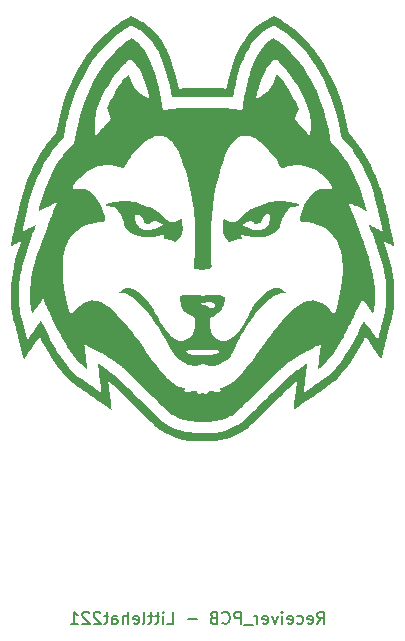
<source format=gbr>
%TF.GenerationSoftware,KiCad,Pcbnew,(6.0.8)*%
%TF.CreationDate,2022-11-21T10:59:59-06:00*%
%TF.ProjectId,Receiver,52656365-6976-4657-922e-6b696361645f,rev?*%
%TF.SameCoordinates,Original*%
%TF.FileFunction,Legend,Bot*%
%TF.FilePolarity,Positive*%
%FSLAX46Y46*%
G04 Gerber Fmt 4.6, Leading zero omitted, Abs format (unit mm)*
G04 Created by KiCad (PCBNEW (6.0.8)) date 2022-11-21 10:59:59*
%MOMM*%
%LPD*%
G01*
G04 APERTURE LIST*
%ADD10C,0.150000*%
G04 APERTURE END LIST*
D10*
X158719047Y-139952380D02*
X159052380Y-139476190D01*
X159290476Y-139952380D02*
X159290476Y-138952380D01*
X158909523Y-138952380D01*
X158814285Y-139000000D01*
X158766666Y-139047619D01*
X158719047Y-139142857D01*
X158719047Y-139285714D01*
X158766666Y-139380952D01*
X158814285Y-139428571D01*
X158909523Y-139476190D01*
X159290476Y-139476190D01*
X157909523Y-139904761D02*
X158004761Y-139952380D01*
X158195238Y-139952380D01*
X158290476Y-139904761D01*
X158338095Y-139809523D01*
X158338095Y-139428571D01*
X158290476Y-139333333D01*
X158195238Y-139285714D01*
X158004761Y-139285714D01*
X157909523Y-139333333D01*
X157861904Y-139428571D01*
X157861904Y-139523809D01*
X158338095Y-139619047D01*
X157004761Y-139904761D02*
X157100000Y-139952380D01*
X157290476Y-139952380D01*
X157385714Y-139904761D01*
X157433333Y-139857142D01*
X157480952Y-139761904D01*
X157480952Y-139476190D01*
X157433333Y-139380952D01*
X157385714Y-139333333D01*
X157290476Y-139285714D01*
X157100000Y-139285714D01*
X157004761Y-139333333D01*
X156195238Y-139904761D02*
X156290476Y-139952380D01*
X156480952Y-139952380D01*
X156576190Y-139904761D01*
X156623809Y-139809523D01*
X156623809Y-139428571D01*
X156576190Y-139333333D01*
X156480952Y-139285714D01*
X156290476Y-139285714D01*
X156195238Y-139333333D01*
X156147619Y-139428571D01*
X156147619Y-139523809D01*
X156623809Y-139619047D01*
X155719047Y-139952380D02*
X155719047Y-139285714D01*
X155719047Y-138952380D02*
X155766666Y-139000000D01*
X155719047Y-139047619D01*
X155671428Y-139000000D01*
X155719047Y-138952380D01*
X155719047Y-139047619D01*
X155338095Y-139285714D02*
X155100000Y-139952380D01*
X154861904Y-139285714D01*
X154100000Y-139904761D02*
X154195238Y-139952380D01*
X154385714Y-139952380D01*
X154480952Y-139904761D01*
X154528571Y-139809523D01*
X154528571Y-139428571D01*
X154480952Y-139333333D01*
X154385714Y-139285714D01*
X154195238Y-139285714D01*
X154100000Y-139333333D01*
X154052380Y-139428571D01*
X154052380Y-139523809D01*
X154528571Y-139619047D01*
X153623809Y-139952380D02*
X153623809Y-139285714D01*
X153623809Y-139476190D02*
X153576190Y-139380952D01*
X153528571Y-139333333D01*
X153433333Y-139285714D01*
X153338095Y-139285714D01*
X153242857Y-140047619D02*
X152480952Y-140047619D01*
X152242857Y-139952380D02*
X152242857Y-138952380D01*
X151861904Y-138952380D01*
X151766666Y-139000000D01*
X151719047Y-139047619D01*
X151671428Y-139142857D01*
X151671428Y-139285714D01*
X151719047Y-139380952D01*
X151766666Y-139428571D01*
X151861904Y-139476190D01*
X152242857Y-139476190D01*
X150671428Y-139857142D02*
X150719047Y-139904761D01*
X150861904Y-139952380D01*
X150957142Y-139952380D01*
X151100000Y-139904761D01*
X151195238Y-139809523D01*
X151242857Y-139714285D01*
X151290476Y-139523809D01*
X151290476Y-139380952D01*
X151242857Y-139190476D01*
X151195238Y-139095238D01*
X151100000Y-139000000D01*
X150957142Y-138952380D01*
X150861904Y-138952380D01*
X150719047Y-139000000D01*
X150671428Y-139047619D01*
X149909523Y-139428571D02*
X149766666Y-139476190D01*
X149719047Y-139523809D01*
X149671428Y-139619047D01*
X149671428Y-139761904D01*
X149719047Y-139857142D01*
X149766666Y-139904761D01*
X149861904Y-139952380D01*
X150242857Y-139952380D01*
X150242857Y-138952380D01*
X149909523Y-138952380D01*
X149814285Y-139000000D01*
X149766666Y-139047619D01*
X149719047Y-139142857D01*
X149719047Y-139238095D01*
X149766666Y-139333333D01*
X149814285Y-139380952D01*
X149909523Y-139428571D01*
X150242857Y-139428571D01*
X148480952Y-139571428D02*
X147719047Y-139571428D01*
X146004761Y-139952380D02*
X146480952Y-139952380D01*
X146480952Y-138952380D01*
X145671428Y-139952380D02*
X145671428Y-139285714D01*
X145671428Y-138952380D02*
X145719047Y-139000000D01*
X145671428Y-139047619D01*
X145623809Y-139000000D01*
X145671428Y-138952380D01*
X145671428Y-139047619D01*
X145338095Y-139285714D02*
X144957142Y-139285714D01*
X145195238Y-138952380D02*
X145195238Y-139809523D01*
X145147619Y-139904761D01*
X145052380Y-139952380D01*
X144957142Y-139952380D01*
X144766666Y-139285714D02*
X144385714Y-139285714D01*
X144623809Y-138952380D02*
X144623809Y-139809523D01*
X144576190Y-139904761D01*
X144480952Y-139952380D01*
X144385714Y-139952380D01*
X143909523Y-139952380D02*
X144004761Y-139904761D01*
X144052380Y-139809523D01*
X144052380Y-138952380D01*
X143147619Y-139904761D02*
X143242857Y-139952380D01*
X143433333Y-139952380D01*
X143528571Y-139904761D01*
X143576190Y-139809523D01*
X143576190Y-139428571D01*
X143528571Y-139333333D01*
X143433333Y-139285714D01*
X143242857Y-139285714D01*
X143147619Y-139333333D01*
X143100000Y-139428571D01*
X143100000Y-139523809D01*
X143576190Y-139619047D01*
X142671428Y-139952380D02*
X142671428Y-138952380D01*
X142242857Y-139952380D02*
X142242857Y-139428571D01*
X142290476Y-139333333D01*
X142385714Y-139285714D01*
X142528571Y-139285714D01*
X142623809Y-139333333D01*
X142671428Y-139380952D01*
X141338095Y-139952380D02*
X141338095Y-139428571D01*
X141385714Y-139333333D01*
X141480952Y-139285714D01*
X141671428Y-139285714D01*
X141766666Y-139333333D01*
X141338095Y-139904761D02*
X141433333Y-139952380D01*
X141671428Y-139952380D01*
X141766666Y-139904761D01*
X141814285Y-139809523D01*
X141814285Y-139714285D01*
X141766666Y-139619047D01*
X141671428Y-139571428D01*
X141433333Y-139571428D01*
X141338095Y-139523809D01*
X141004761Y-139285714D02*
X140623809Y-139285714D01*
X140861904Y-138952380D02*
X140861904Y-139809523D01*
X140814285Y-139904761D01*
X140719047Y-139952380D01*
X140623809Y-139952380D01*
X140338095Y-139047619D02*
X140290476Y-139000000D01*
X140195238Y-138952380D01*
X139957142Y-138952380D01*
X139861904Y-139000000D01*
X139814285Y-139047619D01*
X139766666Y-139142857D01*
X139766666Y-139238095D01*
X139814285Y-139380952D01*
X140385714Y-139952380D01*
X139766666Y-139952380D01*
X139385714Y-139047619D02*
X139338095Y-139000000D01*
X139242857Y-138952380D01*
X139004761Y-138952380D01*
X138909523Y-139000000D01*
X138861904Y-139047619D01*
X138814285Y-139142857D01*
X138814285Y-139238095D01*
X138861904Y-139380952D01*
X139433333Y-139952380D01*
X138814285Y-139952380D01*
X137861904Y-139952380D02*
X138433333Y-139952380D01*
X138147619Y-139952380D02*
X138147619Y-138952380D01*
X138242857Y-139095238D01*
X138338095Y-139190476D01*
X138433333Y-139238095D01*
%TO.C,G\u002A\u002A\u002A*%
G36*
X147301733Y-106316973D02*
G01*
X147305767Y-106462909D01*
X147295027Y-106634463D01*
X147269418Y-106795958D01*
X147230611Y-106932919D01*
X147220180Y-106959177D01*
X147158238Y-107083538D01*
X147073546Y-107219570D01*
X146973458Y-107356209D01*
X146865327Y-107482394D01*
X146836469Y-107512584D01*
X146780897Y-107566911D01*
X146737336Y-107604470D01*
X146713344Y-107618494D01*
X146687863Y-107612813D01*
X146634764Y-107595103D01*
X146568225Y-107569550D01*
X146474942Y-107534268D01*
X146335764Y-107487741D01*
X146184664Y-107442425D01*
X146034053Y-107401815D01*
X145896346Y-107369405D01*
X145783954Y-107348693D01*
X145608181Y-107323505D01*
X145697185Y-107171040D01*
X145714143Y-107141800D01*
X145751072Y-107076607D01*
X145776788Y-107028983D01*
X145786529Y-107007637D01*
X145770234Y-107007598D01*
X145721929Y-107015940D01*
X145649299Y-107031404D01*
X145560099Y-107052455D01*
X145544632Y-107056241D01*
X145218964Y-107126942D01*
X144909697Y-107175130D01*
X144601469Y-107202714D01*
X144278923Y-107211602D01*
X144246875Y-107211495D01*
X143921883Y-107195164D01*
X143624894Y-107151251D01*
X143356381Y-107080031D01*
X143116819Y-106981784D01*
X142906683Y-106856786D01*
X142726444Y-106705314D01*
X142576579Y-106527645D01*
X142457560Y-106324057D01*
X142369861Y-106094828D01*
X142309436Y-105904732D01*
X142207765Y-105633219D01*
X142145527Y-105496135D01*
X143247064Y-105496135D01*
X143253221Y-105558032D01*
X143269144Y-105642840D01*
X143295438Y-105758686D01*
X143319206Y-105852405D01*
X143366664Y-105999896D01*
X143422742Y-106121831D01*
X143492347Y-106228016D01*
X143580385Y-106328257D01*
X143584643Y-106332564D01*
X143719545Y-106446777D01*
X143870400Y-106530993D01*
X144047307Y-106590894D01*
X144050069Y-106591592D01*
X144139345Y-106607327D01*
X144252283Y-106617636D01*
X144372688Y-106621017D01*
X144389859Y-106620869D01*
X144528374Y-106613998D01*
X144660064Y-106595440D01*
X144792953Y-106562864D01*
X144935070Y-106513937D01*
X145094439Y-106446329D01*
X145279087Y-106357707D01*
X145382363Y-106305876D01*
X145476744Y-106258046D01*
X145552454Y-106219182D01*
X145603572Y-106192324D01*
X145624180Y-106180512D01*
X145625570Y-106172270D01*
X145603764Y-106144586D01*
X145554606Y-106104931D01*
X145484030Y-106057452D01*
X145397970Y-106006295D01*
X145302358Y-105955607D01*
X145223787Y-105917330D01*
X145153694Y-105887304D01*
X145095921Y-105870172D01*
X145037838Y-105862343D01*
X144966810Y-105860226D01*
X144911830Y-105860771D01*
X144841901Y-105867357D01*
X144785201Y-105884448D01*
X144724674Y-105915970D01*
X144687778Y-105939582D01*
X144636311Y-105979728D01*
X144607137Y-106012357D01*
X144601117Y-106022069D01*
X144551694Y-106067091D01*
X144482286Y-106100479D01*
X144410097Y-106113412D01*
X144403649Y-106113254D01*
X144323150Y-106095697D01*
X144232048Y-106054222D01*
X144143732Y-105996134D01*
X144071592Y-105928737D01*
X144007995Y-105833947D01*
X143952464Y-105697845D01*
X143926479Y-105623215D01*
X143881092Y-105536298D01*
X143816011Y-105455433D01*
X143777500Y-105418142D01*
X143702439Y-105359313D01*
X143621943Y-105308730D01*
X143547402Y-105273240D01*
X143490208Y-105259686D01*
X143479393Y-105260401D01*
X143422360Y-105277976D01*
X143357821Y-105312135D01*
X143301295Y-105353559D01*
X143268300Y-105392930D01*
X143261640Y-105408566D01*
X143250072Y-105449022D01*
X143247064Y-105496135D01*
X142145527Y-105496135D01*
X142096596Y-105388362D01*
X141977738Y-105173647D01*
X141852996Y-104992565D01*
X141724180Y-104848603D01*
X141716840Y-104841657D01*
X141650435Y-104782911D01*
X141586823Y-104732760D01*
X141538859Y-104701413D01*
X141535746Y-104699893D01*
X141486343Y-104683389D01*
X141407794Y-104664502D01*
X141310260Y-104645443D01*
X141203902Y-104628429D01*
X141060746Y-104606211D01*
X140933243Y-104581182D01*
X140843855Y-104556297D01*
X140791221Y-104531164D01*
X140773979Y-104505396D01*
X140792917Y-104473566D01*
X140849419Y-104436954D01*
X140940700Y-104397355D01*
X141063962Y-104355978D01*
X141216409Y-104314033D01*
X141367769Y-104278741D01*
X141702950Y-104220308D01*
X142054519Y-104185921D01*
X142431385Y-104174557D01*
X142611507Y-104176225D01*
X142770699Y-104182533D01*
X142915226Y-104195035D01*
X143053796Y-104215285D01*
X143195122Y-104244835D01*
X143347914Y-104285238D01*
X143520883Y-104338049D01*
X143722738Y-104404820D01*
X143909804Y-104468909D01*
X144148282Y-104553408D01*
X144356378Y-104631167D01*
X144539342Y-104704401D01*
X144702424Y-104775326D01*
X144850874Y-104846156D01*
X144989942Y-104919106D01*
X145124880Y-104996393D01*
X145255374Y-105077374D01*
X145370339Y-105158401D01*
X145468296Y-105241366D01*
X145559933Y-105335390D01*
X145655936Y-105449594D01*
X145736089Y-105545175D01*
X145865624Y-105677106D01*
X145995493Y-105779214D01*
X146132586Y-105857393D01*
X146175241Y-105877123D01*
X146234997Y-105900181D01*
X146292734Y-105913253D01*
X146362669Y-105919083D01*
X146459021Y-105920416D01*
X146546278Y-105919567D01*
X146615697Y-105914768D01*
X146672245Y-105902850D01*
X146730424Y-105880652D01*
X146804738Y-105845009D01*
X146807093Y-105843833D01*
X146898084Y-105793341D01*
X146991484Y-105733721D01*
X147067431Y-105677628D01*
X147072924Y-105673118D01*
X147128548Y-105631146D01*
X147171449Y-105605120D01*
X147192731Y-105600513D01*
X147195062Y-105604571D01*
X147205421Y-105641579D01*
X147218982Y-105708912D01*
X147234569Y-105798842D01*
X147251005Y-105903642D01*
X147267115Y-106015582D01*
X147281723Y-106126936D01*
X147286973Y-106172270D01*
X147293655Y-106229976D01*
X147301733Y-106316973D01*
G37*
G36*
X151507015Y-117052546D02*
G01*
X151439897Y-117156700D01*
X151370201Y-117251533D01*
X151294916Y-117342207D01*
X151211030Y-117433882D01*
X151198490Y-117447009D01*
X151054406Y-117585996D01*
X150907605Y-117703177D01*
X150745555Y-117807625D01*
X150555725Y-117908414D01*
X150435962Y-117964495D01*
X150240062Y-118042071D01*
X150053424Y-118095749D01*
X149864292Y-118129284D01*
X149861245Y-118129670D01*
X149788025Y-118137906D01*
X149730755Y-118142505D01*
X149701602Y-118142479D01*
X149690669Y-118139630D01*
X149645121Y-118127412D01*
X149571772Y-118107577D01*
X149477807Y-118082069D01*
X149370414Y-118052833D01*
X149059562Y-117968100D01*
X148718424Y-118057432D01*
X148638154Y-118078326D01*
X148531908Y-118104998D01*
X148452180Y-118122772D01*
X148391048Y-118132822D01*
X148340592Y-118136323D01*
X148292892Y-118134449D01*
X148240027Y-118128375D01*
X148027292Y-118086095D01*
X147792424Y-118012338D01*
X147557019Y-117913100D01*
X147331902Y-117792973D01*
X147127899Y-117656550D01*
X147055199Y-117599069D01*
X146894513Y-117455631D01*
X146734447Y-117292882D01*
X146586587Y-117122982D01*
X146462516Y-116958092D01*
X146435473Y-116916982D01*
X146426839Y-116903041D01*
X147606876Y-116903041D01*
X147633596Y-116958763D01*
X147692594Y-117015598D01*
X147780346Y-117068919D01*
X147865738Y-117106238D01*
X147981709Y-117143336D01*
X148118165Y-117173104D01*
X148281798Y-117196955D01*
X148479295Y-117216297D01*
X148570024Y-117222317D01*
X148711191Y-117228372D01*
X148867105Y-117232235D01*
X149026699Y-117233817D01*
X149178906Y-117233027D01*
X149312660Y-117229774D01*
X149416894Y-117223968D01*
X149534032Y-117213358D01*
X149760542Y-117186421D01*
X149947575Y-117154285D01*
X150094838Y-117117004D01*
X150202035Y-117074636D01*
X150224503Y-117062129D01*
X150295766Y-117007882D01*
X150344484Y-116947020D01*
X150362530Y-116888950D01*
X150362395Y-116874895D01*
X150358985Y-116854055D01*
X150346227Y-116838732D01*
X150317926Y-116826756D01*
X150267889Y-116815958D01*
X150189919Y-116804166D01*
X150077823Y-116789212D01*
X150046118Y-116785334D01*
X149922515Y-116774105D01*
X149775074Y-116765458D01*
X149608096Y-116759281D01*
X149425880Y-116755464D01*
X149232727Y-116753893D01*
X149032936Y-116754459D01*
X148830808Y-116757049D01*
X148630642Y-116761552D01*
X148436738Y-116767857D01*
X148253397Y-116775851D01*
X148084918Y-116785424D01*
X147935602Y-116796463D01*
X147809748Y-116808858D01*
X147711656Y-116822497D01*
X147645627Y-116837268D01*
X147615960Y-116853059D01*
X147615960Y-116853061D01*
X147606876Y-116903041D01*
X146426839Y-116903041D01*
X146379683Y-116826895D01*
X146312185Y-116713295D01*
X146237438Y-116583842D01*
X146159901Y-116446196D01*
X146084034Y-116308015D01*
X145888132Y-115951748D01*
X145588641Y-115429500D01*
X145293175Y-114941562D01*
X145002117Y-114488387D01*
X144715851Y-114070430D01*
X144434760Y-113688142D01*
X144159226Y-113341978D01*
X143889631Y-113032390D01*
X143626359Y-112759831D01*
X143369793Y-112524756D01*
X143120316Y-112327616D01*
X142878309Y-112168865D01*
X142644157Y-112048957D01*
X142418241Y-111968344D01*
X142367465Y-111955287D01*
X142275779Y-111938259D01*
X142180816Y-111931528D01*
X142064151Y-111933268D01*
X142027874Y-111934710D01*
X141950396Y-111937139D01*
X141904999Y-111936143D01*
X141885362Y-111930451D01*
X141885164Y-111918794D01*
X141898084Y-111899901D01*
X141905874Y-111890146D01*
X141965440Y-111830378D01*
X142046008Y-111764621D01*
X142134504Y-111702882D01*
X142217855Y-111655166D01*
X142274554Y-111629373D01*
X142470963Y-111568269D01*
X142675513Y-111546957D01*
X142888038Y-111565427D01*
X143108372Y-111623670D01*
X143336349Y-111721675D01*
X143394462Y-111752978D01*
X143570485Y-111866048D01*
X143755388Y-112008747D01*
X143943843Y-112175330D01*
X144130523Y-112360052D01*
X144310102Y-112557170D01*
X144477251Y-112760940D01*
X144626643Y-112965617D01*
X144752952Y-113165457D01*
X144850850Y-113354716D01*
X144983450Y-113636270D01*
X145185426Y-114026083D01*
X145402857Y-114405951D01*
X145627266Y-114760524D01*
X145822122Y-115036866D01*
X146026413Y-115293321D01*
X146227899Y-115511875D01*
X146426122Y-115692196D01*
X146620624Y-115833951D01*
X146810944Y-115936810D01*
X146996625Y-116000439D01*
X147177208Y-116024506D01*
X147352234Y-116008681D01*
X147505540Y-115965505D01*
X147696392Y-115876204D01*
X147867782Y-115752984D01*
X148017339Y-115597998D01*
X148142690Y-115413399D01*
X148241466Y-115201340D01*
X148274128Y-115107833D01*
X148318137Y-114945233D01*
X148347714Y-114772783D01*
X148364360Y-114580621D01*
X148369576Y-114358881D01*
X148369576Y-114047910D01*
X148293315Y-114023187D01*
X148240121Y-114004458D01*
X148069705Y-113927792D01*
X147893455Y-113826477D01*
X147723284Y-113707835D01*
X147571104Y-113579191D01*
X147513295Y-113522485D01*
X147372740Y-113358410D01*
X147264712Y-113184736D01*
X147186410Y-112995205D01*
X147147936Y-112836702D01*
X148857646Y-112836702D01*
X148866724Y-112862504D01*
X148913606Y-112898031D01*
X148999699Y-112929709D01*
X149124206Y-112957178D01*
X149153876Y-112962360D01*
X149228809Y-112975064D01*
X149284307Y-112983913D01*
X149310070Y-112987242D01*
X149320250Y-112991606D01*
X149354939Y-113016353D01*
X149401583Y-113055675D01*
X149424140Y-113074987D01*
X149487565Y-113122876D01*
X149543645Y-113157697D01*
X149630826Y-113188987D01*
X149754705Y-113201392D01*
X149881171Y-113182865D01*
X149953498Y-113158302D01*
X150006659Y-113123471D01*
X150034051Y-113073291D01*
X150043674Y-112998692D01*
X150044058Y-112986989D01*
X150041054Y-112927604D01*
X150022919Y-112886397D01*
X149982022Y-112844251D01*
X149948109Y-112817369D01*
X149877387Y-112779786D01*
X149788629Y-112755200D01*
X149674548Y-112741909D01*
X149527856Y-112738211D01*
X149453438Y-112739739D01*
X149337298Y-112746251D01*
X149219854Y-112756921D01*
X149108094Y-112770722D01*
X149009005Y-112786627D01*
X148929576Y-112803611D01*
X148876793Y-112820644D01*
X148857646Y-112836702D01*
X147147936Y-112836702D01*
X147135036Y-112783559D01*
X147107789Y-112543538D01*
X147106511Y-112522632D01*
X147101414Y-112422021D01*
X147098751Y-112336523D01*
X147098703Y-112274620D01*
X147101449Y-112244798D01*
X147135127Y-112203968D01*
X147209949Y-112161312D01*
X147324498Y-112119722D01*
X147326588Y-112119092D01*
X147413856Y-112101631D01*
X147534849Y-112089771D01*
X147683215Y-112083450D01*
X147852600Y-112082603D01*
X148036650Y-112087166D01*
X148229012Y-112097076D01*
X148423333Y-112112268D01*
X148613260Y-112132679D01*
X148711155Y-112144618D01*
X148827846Y-112157651D01*
X148922001Y-112165662D01*
X149004175Y-112168993D01*
X149084923Y-112167981D01*
X149174799Y-112162969D01*
X149284357Y-112154295D01*
X149571796Y-112133987D01*
X149841848Y-112123326D01*
X150084795Y-112122808D01*
X150298551Y-112132280D01*
X150481033Y-112151590D01*
X150630155Y-112180583D01*
X150743834Y-112219107D01*
X150819985Y-112267009D01*
X150835752Y-112282577D01*
X150854744Y-112309742D01*
X150865339Y-112346223D01*
X150869937Y-112402466D01*
X150870937Y-112488917D01*
X150866042Y-112618384D01*
X150828050Y-112861355D01*
X150786427Y-112986989D01*
X150752811Y-113088453D01*
X150640754Y-113298942D01*
X150492312Y-113492090D01*
X150307914Y-113667161D01*
X150087991Y-113823422D01*
X150070591Y-113833992D01*
X149970381Y-113890430D01*
X149863016Y-113945205D01*
X149768939Y-113987786D01*
X149612578Y-114051738D01*
X149597871Y-114185517D01*
X149596135Y-114203365D01*
X149592057Y-114323921D01*
X149596819Y-114469149D01*
X149609228Y-114626574D01*
X149628088Y-114783719D01*
X149652206Y-114928108D01*
X149680385Y-115047264D01*
X149716493Y-115159614D01*
X149813189Y-115383373D01*
X149933550Y-115574240D01*
X150077842Y-115732531D01*
X150246328Y-115858560D01*
X150439273Y-115952643D01*
X150554866Y-115992727D01*
X150674291Y-116021261D01*
X150782428Y-116029516D01*
X150891273Y-116019259D01*
X150973536Y-116002163D01*
X151161540Y-115937423D01*
X151349909Y-115836201D01*
X151540705Y-115697277D01*
X151735988Y-115519430D01*
X151788659Y-115465957D01*
X151964816Y-115272522D01*
X152136148Y-115060507D01*
X152304968Y-114826400D01*
X152473590Y-114566690D01*
X152644327Y-114277863D01*
X152819494Y-113956409D01*
X153001405Y-113598815D01*
X153005418Y-113590689D01*
X153087621Y-113425794D01*
X153156794Y-113290995D01*
X153216725Y-113179723D01*
X153271201Y-113085409D01*
X153324008Y-113001485D01*
X153378936Y-112921382D01*
X153439770Y-112838532D01*
X153521742Y-112732953D01*
X153686397Y-112537287D01*
X153861145Y-112348363D01*
X154040012Y-112171943D01*
X154217030Y-112013789D01*
X154386228Y-111879660D01*
X154541634Y-111775320D01*
X154628309Y-111726469D01*
X154846184Y-111629298D01*
X155060730Y-111569630D01*
X155269683Y-111547379D01*
X155470779Y-111562459D01*
X155661751Y-111614785D01*
X155840337Y-111704270D01*
X156004270Y-111830829D01*
X156122813Y-111941168D01*
X155910169Y-111933297D01*
X155810080Y-111931184D01*
X155715276Y-111934899D01*
X155630830Y-111946824D01*
X155540496Y-111968506D01*
X155433338Y-112001904D01*
X155196082Y-112102692D01*
X154950454Y-112242543D01*
X154696922Y-112421054D01*
X154435952Y-112637822D01*
X154168010Y-112892444D01*
X153893563Y-113184519D01*
X153613077Y-113513642D01*
X153327019Y-113879411D01*
X153256717Y-113973992D01*
X153054535Y-114257400D01*
X152852647Y-114556318D01*
X152654950Y-114864259D01*
X152465339Y-115174736D01*
X152287713Y-115481261D01*
X152125968Y-115777346D01*
X151984000Y-116056505D01*
X151865706Y-116312249D01*
X151809955Y-116439525D01*
X151723026Y-116632562D01*
X151645568Y-116795637D01*
X151597655Y-116888950D01*
X151574568Y-116933912D01*
X151507015Y-117052546D01*
G37*
G36*
X165235861Y-112530958D02*
G01*
X165232662Y-112665595D01*
X165227308Y-112793519D01*
X165219265Y-112917801D01*
X165208000Y-113041516D01*
X165192981Y-113167737D01*
X165173672Y-113299536D01*
X165149543Y-113439987D01*
X165120058Y-113592164D01*
X165084685Y-113759139D01*
X165042891Y-113943987D01*
X164994142Y-114149779D01*
X164937905Y-114379589D01*
X164873647Y-114636491D01*
X164800835Y-114923558D01*
X164718934Y-115243864D01*
X164627413Y-115600480D01*
X164582473Y-115775595D01*
X164527971Y-115988192D01*
X164469698Y-116215692D01*
X164410886Y-116445467D01*
X164354768Y-116664888D01*
X164304579Y-116861329D01*
X164277199Y-116967522D01*
X164238328Y-117114632D01*
X164202714Y-117245188D01*
X164171670Y-117354608D01*
X164146504Y-117438307D01*
X164128528Y-117491702D01*
X164119052Y-117510209D01*
X164111624Y-117502817D01*
X164082461Y-117465859D01*
X164033631Y-117400529D01*
X163967299Y-117309832D01*
X163885632Y-117196769D01*
X163790795Y-117064344D01*
X163684953Y-116915561D01*
X163570273Y-116753422D01*
X163448919Y-116580930D01*
X163367531Y-116465052D01*
X163250792Y-116299242D01*
X163142428Y-116145792D01*
X163044571Y-116007699D01*
X162959356Y-115887957D01*
X162888915Y-115789564D01*
X162835384Y-115715514D01*
X162800895Y-115668803D01*
X162787581Y-115652426D01*
X162786384Y-115653076D01*
X162770794Y-115676382D01*
X162741813Y-115728170D01*
X162703098Y-115801711D01*
X162658308Y-115890272D01*
X162571627Y-116062083D01*
X162329551Y-116515892D01*
X162076376Y-116954816D01*
X161814174Y-117376067D01*
X161545021Y-117776858D01*
X161270989Y-118154405D01*
X160994153Y-118505920D01*
X160716587Y-118828617D01*
X160440363Y-119119711D01*
X160167556Y-119376414D01*
X159900240Y-119595940D01*
X159858236Y-119627079D01*
X159782317Y-119682014D01*
X159681437Y-119754103D01*
X159558368Y-119841414D01*
X159415885Y-119942020D01*
X159256761Y-120053989D01*
X159083772Y-120175394D01*
X158899689Y-120304303D01*
X158707288Y-120438789D01*
X158509343Y-120576920D01*
X158308626Y-120716768D01*
X158107913Y-120856403D01*
X157909977Y-120993896D01*
X157717592Y-121127316D01*
X157533531Y-121254735D01*
X157360569Y-121374223D01*
X157201480Y-121483851D01*
X157059037Y-121581688D01*
X156936015Y-121665805D01*
X156835187Y-121734273D01*
X156759327Y-121785163D01*
X156711209Y-121816544D01*
X156693608Y-121826487D01*
X156693551Y-121826422D01*
X156693025Y-121810903D01*
X156695965Y-121769309D01*
X156702524Y-121700344D01*
X156712853Y-121602708D01*
X156727103Y-121475106D01*
X156745426Y-121316238D01*
X156767972Y-121124808D01*
X156794894Y-120899518D01*
X156826343Y-120639071D01*
X156862469Y-120342169D01*
X156903425Y-120007514D01*
X156949361Y-119633810D01*
X156983590Y-119355850D01*
X156931947Y-119393090D01*
X156914149Y-119406782D01*
X156855104Y-119457047D01*
X156769358Y-119534285D01*
X156658260Y-119637205D01*
X156523157Y-119764521D01*
X156365396Y-119914944D01*
X156186326Y-120087185D01*
X155987294Y-120279955D01*
X155769649Y-120491967D01*
X155534737Y-120721932D01*
X155283907Y-120968561D01*
X154951549Y-121295812D01*
X154616237Y-121625472D01*
X154308918Y-121927044D01*
X154029209Y-122200898D01*
X153776730Y-122447403D01*
X153551099Y-122666928D01*
X153351934Y-122859843D01*
X153178854Y-123026517D01*
X153031478Y-123167321D01*
X152909423Y-123282622D01*
X152812309Y-123372791D01*
X152739753Y-123438196D01*
X152691375Y-123479209D01*
X152625553Y-123530134D01*
X152332493Y-123728513D01*
X152007584Y-123907083D01*
X151654404Y-124064669D01*
X151276534Y-124200097D01*
X150877554Y-124312193D01*
X150461043Y-124399781D01*
X150030583Y-124461688D01*
X149589752Y-124496739D01*
X149555993Y-124498246D01*
X149386638Y-124503413D01*
X149195214Y-124506041D01*
X148990677Y-124506256D01*
X148781988Y-124504185D01*
X148578104Y-124499953D01*
X148387984Y-124493686D01*
X148220586Y-124485511D01*
X148084868Y-124475554D01*
X147849722Y-124449761D01*
X147410555Y-124379234D01*
X146987447Y-124281809D01*
X146584178Y-124158714D01*
X146204534Y-124011174D01*
X145852295Y-123840415D01*
X145531246Y-123647665D01*
X145490658Y-123620379D01*
X145446693Y-123590157D01*
X145403507Y-123559310D01*
X145359350Y-123526195D01*
X145312468Y-123489174D01*
X145261110Y-123446606D01*
X145203524Y-123396850D01*
X145137957Y-123338267D01*
X145062658Y-123269215D01*
X144975874Y-123188055D01*
X144875853Y-123093147D01*
X144760842Y-122982849D01*
X144629091Y-122855523D01*
X144478846Y-122709527D01*
X144308355Y-122543221D01*
X144115866Y-122354966D01*
X143899628Y-122143120D01*
X143657888Y-121906043D01*
X143388893Y-121642096D01*
X143250766Y-121506563D01*
X142950019Y-121211643D01*
X142676458Y-120943682D01*
X142428872Y-120701530D01*
X142206050Y-120484041D01*
X142006781Y-120290067D01*
X141829854Y-120118458D01*
X141674058Y-119968069D01*
X141538181Y-119837750D01*
X141421014Y-119726354D01*
X141321343Y-119632733D01*
X141237960Y-119555739D01*
X141169652Y-119494224D01*
X141115208Y-119447040D01*
X141073417Y-119413039D01*
X141043069Y-119391073D01*
X141022952Y-119379995D01*
X141011855Y-119378657D01*
X141008566Y-119385909D01*
X141010855Y-119410050D01*
X141017704Y-119471427D01*
X141028678Y-119566078D01*
X141043342Y-119690359D01*
X141061263Y-119840624D01*
X141082004Y-120013228D01*
X141105131Y-120204525D01*
X141130210Y-120410872D01*
X141156805Y-120628622D01*
X141182503Y-120840439D01*
X141206808Y-121044648D01*
X141228751Y-121232971D01*
X141247945Y-121401913D01*
X141264009Y-121547978D01*
X141276556Y-121667670D01*
X141285204Y-121757493D01*
X141289567Y-121813950D01*
X141289261Y-121833546D01*
X141284431Y-121830931D01*
X141251056Y-121809112D01*
X141188497Y-121766776D01*
X141099531Y-121705860D01*
X140986935Y-121628303D01*
X140853483Y-121536045D01*
X140701952Y-121431023D01*
X140535119Y-121315176D01*
X140355759Y-121190443D01*
X140166648Y-121058763D01*
X139970563Y-120922074D01*
X139770279Y-120782315D01*
X139568573Y-120641424D01*
X139368220Y-120501340D01*
X139171998Y-120364001D01*
X138982681Y-120231347D01*
X138803047Y-120105316D01*
X138635870Y-119987847D01*
X138483928Y-119880878D01*
X138349996Y-119786347D01*
X138236850Y-119706194D01*
X138147267Y-119642358D01*
X138084022Y-119596776D01*
X138049892Y-119571387D01*
X137925410Y-119470532D01*
X137607643Y-119184850D01*
X137291438Y-118859773D01*
X136976658Y-118495116D01*
X136663167Y-118090700D01*
X136350828Y-117646343D01*
X136039504Y-117161862D01*
X135729059Y-116637077D01*
X135419357Y-116071805D01*
X135195625Y-115648334D01*
X135054558Y-115848106D01*
X135037416Y-115872401D01*
X134985282Y-115946390D01*
X134914623Y-116046761D01*
X134828742Y-116168818D01*
X134730943Y-116307865D01*
X134624528Y-116459206D01*
X134512801Y-116618144D01*
X134399065Y-116779984D01*
X134323588Y-116887376D01*
X134220951Y-117033339D01*
X134127264Y-117166484D01*
X134044933Y-117283402D01*
X133976359Y-117380680D01*
X133923948Y-117454907D01*
X133890103Y-117502672D01*
X133877227Y-117520563D01*
X133874811Y-117523487D01*
X133871021Y-117527407D01*
X133866994Y-117527825D01*
X133862026Y-117522176D01*
X133855413Y-117507897D01*
X133846451Y-117482422D01*
X133834434Y-117443188D01*
X133818659Y-117387632D01*
X133798421Y-117313189D01*
X133773015Y-117217295D01*
X133741738Y-117097386D01*
X133703884Y-116950898D01*
X133658750Y-116775267D01*
X133605630Y-116567930D01*
X133543820Y-116326321D01*
X133472617Y-116047878D01*
X133451191Y-115964101D01*
X133395156Y-115745064D01*
X133334630Y-115508546D01*
X133272527Y-115265924D01*
X133211759Y-115028575D01*
X133155238Y-114807878D01*
X133105877Y-114615208D01*
X133047103Y-114383584D01*
X132981053Y-114115123D01*
X132925193Y-113875786D01*
X132878627Y-113660049D01*
X132840457Y-113462388D01*
X132809786Y-113277278D01*
X132785718Y-113099197D01*
X132767355Y-112922620D01*
X132753801Y-112742023D01*
X132744159Y-112551884D01*
X132737531Y-112346677D01*
X132735906Y-112270447D01*
X132737160Y-112112810D01*
X133434836Y-112112810D01*
X133435933Y-112327782D01*
X133441355Y-112569801D01*
X133452317Y-112790066D01*
X133469930Y-112997174D01*
X133495309Y-113199723D01*
X133529565Y-113406310D01*
X133573811Y-113625531D01*
X133629160Y-113865985D01*
X133696725Y-114136269D01*
X133725994Y-114250311D01*
X133763974Y-114398588D01*
X133807182Y-114567501D01*
X133853171Y-114747469D01*
X133899488Y-114928909D01*
X133943686Y-115102241D01*
X133983551Y-115258438D01*
X134029897Y-115439094D01*
X134067820Y-115585483D01*
X134098136Y-115700605D01*
X134121663Y-115787456D01*
X134139215Y-115849035D01*
X134151609Y-115888340D01*
X134159661Y-115908367D01*
X134164188Y-115912116D01*
X134174716Y-115897476D01*
X134206525Y-115852580D01*
X134257266Y-115780723D01*
X134324611Y-115685213D01*
X134406231Y-115569354D01*
X134499794Y-115436452D01*
X134602972Y-115289814D01*
X134713434Y-115132746D01*
X134811942Y-114992810D01*
X134917626Y-114843070D01*
X135014644Y-114706016D01*
X135100551Y-114585084D01*
X135172898Y-114483711D01*
X135229239Y-114405334D01*
X135267127Y-114353387D01*
X135284115Y-114331309D01*
X135287668Y-114328645D01*
X135298861Y-114330297D01*
X135314929Y-114346246D01*
X135337663Y-114379701D01*
X135368855Y-114433870D01*
X135410299Y-114511960D01*
X135463786Y-114617178D01*
X135531109Y-114752735D01*
X135614059Y-114921836D01*
X135620328Y-114934658D01*
X135794867Y-115287693D01*
X135957596Y-115608389D01*
X136111473Y-115902081D01*
X136259458Y-116174102D01*
X136404511Y-116429785D01*
X136549592Y-116674464D01*
X136697660Y-116913471D01*
X136851674Y-117152142D01*
X136993980Y-117364589D01*
X137240537Y-117712242D01*
X137483053Y-118026510D01*
X137725119Y-118311310D01*
X137970326Y-118570557D01*
X138222263Y-118808166D01*
X138484520Y-119028053D01*
X138760689Y-119234134D01*
X138918302Y-119345094D01*
X139094970Y-119469092D01*
X139272800Y-119593549D01*
X139448662Y-119716301D01*
X139619424Y-119835178D01*
X139781955Y-119948015D01*
X139933123Y-120052644D01*
X140069796Y-120146899D01*
X140188844Y-120228611D01*
X140287134Y-120295614D01*
X140361536Y-120345741D01*
X140408918Y-120376825D01*
X140426148Y-120386698D01*
X140425224Y-120365587D01*
X140419803Y-120309414D01*
X140410474Y-120223509D01*
X140397833Y-120113190D01*
X140382476Y-119983778D01*
X140364998Y-119840592D01*
X140325856Y-119523732D01*
X140289366Y-119227437D01*
X140257493Y-118967493D01*
X140229997Y-118741848D01*
X140206638Y-118548447D01*
X140187176Y-118385239D01*
X140171370Y-118250169D01*
X140158982Y-118141186D01*
X140149769Y-118056236D01*
X140143493Y-117993266D01*
X140139914Y-117950223D01*
X140138790Y-117925055D01*
X140139883Y-117915708D01*
X140140205Y-117915491D01*
X140162133Y-117923894D01*
X140212359Y-117952697D01*
X140286375Y-117998826D01*
X140379674Y-118059206D01*
X140487749Y-118130764D01*
X140606092Y-118210424D01*
X140730196Y-118295112D01*
X140855554Y-118381753D01*
X140977659Y-118467273D01*
X141092002Y-118548597D01*
X141194078Y-118622651D01*
X141279378Y-118686360D01*
X141343395Y-118736650D01*
X141397246Y-118781267D01*
X141505916Y-118873829D01*
X141623750Y-118977525D01*
X141753147Y-119094609D01*
X141896508Y-119227331D01*
X142056231Y-119377946D01*
X142234715Y-119548706D01*
X142434361Y-119741863D01*
X142657567Y-119959670D01*
X142906733Y-120204379D01*
X143126364Y-120420535D01*
X143367136Y-120657261D01*
X143605573Y-120891456D01*
X143839625Y-121121118D01*
X144067245Y-121344247D01*
X144286383Y-121558841D01*
X144494991Y-121762897D01*
X144691020Y-121954416D01*
X144872422Y-122131395D01*
X145037147Y-122291833D01*
X145183147Y-122433728D01*
X145308373Y-122555080D01*
X145410777Y-122653886D01*
X145488310Y-122728145D01*
X145538924Y-122775856D01*
X145636873Y-122863225D01*
X145891263Y-123059777D01*
X146163091Y-123226841D01*
X146303927Y-123299871D01*
X146661798Y-123455377D01*
X147049067Y-123583655D01*
X147465997Y-123684774D01*
X147912857Y-123758805D01*
X148389912Y-123805815D01*
X148553814Y-123815070D01*
X148902597Y-123823893D01*
X149261783Y-123819814D01*
X149614940Y-123803166D01*
X149945637Y-123774282D01*
X150009246Y-123766934D01*
X150452825Y-123698830D01*
X150866385Y-123604397D01*
X151251090Y-123483277D01*
X151608104Y-123335110D01*
X151938591Y-123159538D01*
X152004987Y-123118757D01*
X152108920Y-123049341D01*
X152213837Y-122971456D01*
X152324986Y-122880749D01*
X152447612Y-122772871D01*
X152586964Y-122643471D01*
X152748287Y-122488198D01*
X153042645Y-122201142D01*
X153316976Y-121933302D01*
X153572048Y-121683901D01*
X153812899Y-121448000D01*
X154044565Y-121220661D01*
X154272084Y-120996947D01*
X154500493Y-120771917D01*
X154734828Y-120540636D01*
X154861439Y-120415685D01*
X155141189Y-120140527D01*
X155394888Y-119892439D01*
X155624126Y-119669927D01*
X155830496Y-119471496D01*
X156015589Y-119295652D01*
X156180997Y-119140902D01*
X156328311Y-119005750D01*
X156459122Y-118888703D01*
X156575022Y-118788266D01*
X156677603Y-118702945D01*
X156768455Y-118631246D01*
X156793452Y-118612625D01*
X156856435Y-118567457D01*
X156940225Y-118508716D01*
X157039887Y-118439737D01*
X157150489Y-118363856D01*
X157267098Y-118284409D01*
X157384778Y-118204732D01*
X157498598Y-118128161D01*
X157603624Y-118058032D01*
X157694922Y-117997679D01*
X157767558Y-117950441D01*
X157816600Y-117919651D01*
X157837114Y-117908646D01*
X157839758Y-117909741D01*
X157843758Y-117922126D01*
X157844454Y-117951430D01*
X157841504Y-118001552D01*
X157834567Y-118076393D01*
X157823303Y-118179853D01*
X157807369Y-118315832D01*
X157786425Y-118488230D01*
X157760272Y-118701371D01*
X157723168Y-119004329D01*
X157690692Y-119270369D01*
X157662595Y-119501596D01*
X157638630Y-119700113D01*
X157618550Y-119868022D01*
X157602108Y-120007428D01*
X157589056Y-120120434D01*
X157579147Y-120209144D01*
X157572133Y-120275660D01*
X157567768Y-120322085D01*
X157565805Y-120350525D01*
X157565994Y-120363081D01*
X157576514Y-120359652D01*
X157616912Y-120336125D01*
X157684351Y-120293293D01*
X157775385Y-120233544D01*
X157886567Y-120159262D01*
X158014450Y-120072834D01*
X158155587Y-119976646D01*
X158306534Y-119873085D01*
X158463842Y-119764535D01*
X158624066Y-119653383D01*
X158783758Y-119542016D01*
X158939473Y-119432819D01*
X159087764Y-119328178D01*
X159225185Y-119230480D01*
X159348288Y-119142110D01*
X159453628Y-119065455D01*
X159537758Y-119002899D01*
X159597232Y-118956831D01*
X159672652Y-118893136D01*
X159788393Y-118787893D01*
X159916753Y-118664625D01*
X160050221Y-118530892D01*
X160181287Y-118394256D01*
X160302440Y-118262276D01*
X160406170Y-118142514D01*
X160489064Y-118041581D01*
X160692539Y-117781759D01*
X160893245Y-117507485D01*
X161092801Y-117216040D01*
X161292826Y-116904706D01*
X161494936Y-116570762D01*
X161700751Y-116211490D01*
X161911888Y-115824171D01*
X162129966Y-115406084D01*
X162356602Y-114954511D01*
X162593414Y-114466733D01*
X162607769Y-114437252D01*
X162641690Y-114371873D01*
X162668245Y-114326632D01*
X162682644Y-114309947D01*
X162682801Y-114309991D01*
X162697870Y-114327798D01*
X162733715Y-114375632D01*
X162788026Y-114450261D01*
X162858494Y-114548450D01*
X162942808Y-114666965D01*
X163038658Y-114802574D01*
X163143733Y-114952042D01*
X163255725Y-115112135D01*
X163261072Y-115119797D01*
X163372769Y-115279467D01*
X163477410Y-115428373D01*
X163572688Y-115563278D01*
X163656296Y-115680948D01*
X163725930Y-115778150D01*
X163779282Y-115851648D01*
X163814046Y-115898209D01*
X163827916Y-115914598D01*
X163839382Y-115899898D01*
X163850108Y-115859767D01*
X163856073Y-115832385D01*
X163871683Y-115767396D01*
X163895886Y-115669476D01*
X163927816Y-115542028D01*
X163966609Y-115388457D01*
X164011399Y-115212166D01*
X164061321Y-115016561D01*
X164115510Y-114805045D01*
X164173101Y-114581022D01*
X164233228Y-114347898D01*
X164295027Y-114109075D01*
X164312708Y-114040369D01*
X164361819Y-113841911D01*
X164402208Y-113663504D01*
X164436778Y-113490961D01*
X164468430Y-113310095D01*
X164500068Y-113106717D01*
X164509423Y-113042080D01*
X164520468Y-112957432D01*
X164529080Y-112875939D01*
X164535539Y-112791341D01*
X164540130Y-112697376D01*
X164543136Y-112587785D01*
X164544839Y-112456306D01*
X164545523Y-112296678D01*
X164545471Y-112102642D01*
X164545446Y-112086720D01*
X164544746Y-111888810D01*
X164543198Y-111724378D01*
X164540504Y-111586721D01*
X164536367Y-111469138D01*
X164530489Y-111364926D01*
X164522573Y-111267383D01*
X164512321Y-111169805D01*
X164499436Y-111065492D01*
X164486526Y-110968482D01*
X164416626Y-110507858D01*
X164333670Y-110062192D01*
X164235024Y-109619463D01*
X164118054Y-109167648D01*
X163980128Y-108694723D01*
X163959678Y-108628247D01*
X163920010Y-108501306D01*
X163879839Y-108375836D01*
X163837890Y-108248248D01*
X163792891Y-108114955D01*
X163743567Y-107972368D01*
X163688646Y-107816900D01*
X163626854Y-107644964D01*
X163556919Y-107452970D01*
X163477567Y-107237332D01*
X163387524Y-106994461D01*
X163285518Y-106720769D01*
X163170274Y-106412669D01*
X163140291Y-106330684D01*
X163115075Y-106257631D01*
X163099333Y-106206986D01*
X163095630Y-106186526D01*
X163101533Y-106188066D01*
X163138297Y-106203627D01*
X163204806Y-106234002D01*
X163296641Y-106277106D01*
X163409382Y-106330857D01*
X163538611Y-106393172D01*
X163679909Y-106461966D01*
X163754921Y-106498629D01*
X163890410Y-106564718D01*
X164011436Y-106623579D01*
X164113586Y-106673076D01*
X164192450Y-106711074D01*
X164243616Y-106735439D01*
X164262674Y-106744035D01*
X164263208Y-106743678D01*
X164261378Y-106722274D01*
X164251180Y-106677942D01*
X164248145Y-106666349D01*
X164240278Y-106634994D01*
X164230142Y-106592731D01*
X164216801Y-106535447D01*
X164199316Y-106459029D01*
X164176749Y-106359363D01*
X164148161Y-106232336D01*
X164112616Y-106073834D01*
X164069176Y-105879743D01*
X164048022Y-105785344D01*
X164018103Y-105652324D01*
X163989734Y-105526726D01*
X163965349Y-105419309D01*
X163947378Y-105340832D01*
X163935075Y-105287452D01*
X163911992Y-105187044D01*
X163884095Y-105065493D01*
X163853848Y-104933539D01*
X163823716Y-104801921D01*
X163793977Y-104674363D01*
X163605344Y-103956205D01*
X163384857Y-103254661D01*
X163133569Y-102572237D01*
X162852534Y-101911442D01*
X162542806Y-101274783D01*
X162205438Y-100664769D01*
X161841484Y-100083907D01*
X161702469Y-99879597D01*
X161522011Y-99628986D01*
X161346310Y-99403278D01*
X161169500Y-99195020D01*
X160985714Y-98996758D01*
X160950439Y-98960185D01*
X160869010Y-98874445D01*
X160810720Y-98809793D01*
X160771357Y-98760637D01*
X160746706Y-98721383D01*
X160732555Y-98686435D01*
X160724689Y-98650200D01*
X160626417Y-98085639D01*
X160467727Y-97338350D01*
X160279914Y-96610604D01*
X160063605Y-95903724D01*
X159819430Y-95219029D01*
X159548018Y-94557842D01*
X159249999Y-93921483D01*
X158926000Y-93311274D01*
X158576653Y-92728536D01*
X158202585Y-92174591D01*
X157804426Y-91650758D01*
X157382804Y-91158360D01*
X156938350Y-90698719D01*
X156782688Y-90549197D01*
X156632118Y-90409372D01*
X156490321Y-90283912D01*
X156347716Y-90164587D01*
X156194724Y-90043171D01*
X156021765Y-89911434D01*
X155973336Y-89875957D01*
X155880307Y-89810806D01*
X155772907Y-89738319D01*
X155656480Y-89661840D01*
X155536367Y-89584711D01*
X155417911Y-89510276D01*
X155306456Y-89441877D01*
X155207343Y-89382859D01*
X155125915Y-89336564D01*
X155067515Y-89306335D01*
X155037485Y-89295516D01*
X155017696Y-89301277D01*
X154965679Y-89324022D01*
X154889874Y-89360815D01*
X154796782Y-89408194D01*
X154692901Y-89462695D01*
X154584730Y-89520857D01*
X154478770Y-89579217D01*
X154381520Y-89634311D01*
X154299478Y-89682678D01*
X154239144Y-89720854D01*
X154175135Y-89765110D01*
X153888862Y-89990737D01*
X153617046Y-90252017D01*
X153359556Y-90549211D01*
X153116261Y-90882582D01*
X152887030Y-91252390D01*
X152671734Y-91658898D01*
X152470242Y-92102367D01*
X152282423Y-92583059D01*
X152108147Y-93101237D01*
X151947283Y-93657161D01*
X151799700Y-94251094D01*
X151665269Y-94883297D01*
X151644469Y-94988179D01*
X151618756Y-95114799D01*
X151595965Y-95223655D01*
X151577284Y-95309204D01*
X151563902Y-95365901D01*
X151557009Y-95388200D01*
X151548458Y-95390296D01*
X151506699Y-95390302D01*
X151439287Y-95385751D01*
X151355732Y-95377165D01*
X151323851Y-95373513D01*
X151211123Y-95362219D01*
X151087408Y-95352366D01*
X150949738Y-95343877D01*
X150795145Y-95336674D01*
X150620660Y-95330682D01*
X150423317Y-95325823D01*
X150200146Y-95322020D01*
X149948180Y-95319195D01*
X149664451Y-95317273D01*
X149345991Y-95316177D01*
X148989832Y-95315828D01*
X148879670Y-95315858D01*
X148535046Y-95316422D01*
X148227238Y-95317756D01*
X147953276Y-95319938D01*
X147710194Y-95323046D01*
X147495024Y-95327156D01*
X147304797Y-95332344D01*
X147136545Y-95338689D01*
X146987301Y-95346266D01*
X146854096Y-95355153D01*
X146733963Y-95365427D01*
X146623933Y-95377165D01*
X146576872Y-95382430D01*
X146501699Y-95389484D01*
X146448236Y-95392677D01*
X146425797Y-95391342D01*
X146420953Y-95377445D01*
X146409429Y-95330481D01*
X146393804Y-95258833D01*
X146376033Y-95171146D01*
X146358746Y-95082934D01*
X146333680Y-94954995D01*
X146307178Y-94819697D01*
X146282716Y-94694795D01*
X146268619Y-94625043D01*
X146241013Y-94495146D01*
X146208493Y-94347845D01*
X146174008Y-94196433D01*
X146140511Y-94054203D01*
X146012667Y-93558187D01*
X145849995Y-93013023D01*
X145672575Y-92502649D01*
X145480646Y-92027498D01*
X145274445Y-91588000D01*
X145054209Y-91184586D01*
X144820178Y-90817687D01*
X144572588Y-90487734D01*
X144311677Y-90195157D01*
X144037683Y-89940388D01*
X143750844Y-89723857D01*
X143708169Y-89696459D01*
X143628811Y-89648943D01*
X143532891Y-89594155D01*
X143426892Y-89535529D01*
X143317297Y-89476501D01*
X143210590Y-89420505D01*
X143113251Y-89370973D01*
X143031765Y-89331342D01*
X142972614Y-89305045D01*
X142942280Y-89295516D01*
X142925143Y-89301550D01*
X142876635Y-89326520D01*
X142803952Y-89367658D01*
X142712734Y-89421500D01*
X142608622Y-89484583D01*
X142497259Y-89553445D01*
X142384285Y-89624622D01*
X142275343Y-89694650D01*
X142176073Y-89760067D01*
X142092118Y-89817410D01*
X141854929Y-89993063D01*
X141596355Y-90202781D01*
X141331108Y-90434614D01*
X141066243Y-90681966D01*
X140808818Y-90938239D01*
X140565890Y-91196836D01*
X140344513Y-91451161D01*
X140083643Y-91775120D01*
X139665354Y-92345059D01*
X139277618Y-92940714D01*
X138920263Y-93562432D01*
X138593121Y-94210561D01*
X138296019Y-94885448D01*
X138028786Y-95587442D01*
X137791253Y-96316890D01*
X137583249Y-97074139D01*
X137569699Y-97128500D01*
X137517254Y-97345564D01*
X137468614Y-97559166D01*
X137421958Y-97778064D01*
X137375468Y-98011016D01*
X137327323Y-98266779D01*
X137275703Y-98554111D01*
X137240651Y-98752897D01*
X137004193Y-98991632D01*
X136942951Y-99054726D01*
X136720483Y-99303993D01*
X136493767Y-99587852D01*
X136265420Y-99902111D01*
X136038055Y-100242580D01*
X135814287Y-100605068D01*
X135596734Y-100985383D01*
X135388008Y-101379336D01*
X135190726Y-101782734D01*
X135007502Y-102191388D01*
X134890931Y-102470508D01*
X134733188Y-102874063D01*
X134589779Y-103275918D01*
X134458019Y-103684546D01*
X134335221Y-104108418D01*
X134218700Y-104556008D01*
X134105769Y-105035788D01*
X134092037Y-105096866D01*
X134058997Y-105243560D01*
X134022265Y-105406366D01*
X133985412Y-105569470D01*
X133952007Y-105717053D01*
X133930000Y-105814196D01*
X133881506Y-106028569D01*
X133841145Y-106207588D01*
X133808252Y-106354315D01*
X133782163Y-106471811D01*
X133762215Y-106563136D01*
X133747744Y-106631353D01*
X133738085Y-106679522D01*
X133732574Y-106710705D01*
X133730548Y-106727963D01*
X133731342Y-106734357D01*
X133736427Y-106733170D01*
X133771801Y-106718318D01*
X133837016Y-106688498D01*
X133927634Y-106645809D01*
X134039219Y-106592355D01*
X134167331Y-106530234D01*
X134307533Y-106461550D01*
X134377314Y-106427331D01*
X134511985Y-106362075D01*
X134632355Y-106304783D01*
X134734005Y-106257493D01*
X134812518Y-106222247D01*
X134863476Y-106201085D01*
X134882460Y-106196046D01*
X134881182Y-106203624D01*
X134868626Y-106244396D01*
X134844260Y-106316019D01*
X134809736Y-106413840D01*
X134766706Y-106533206D01*
X134716822Y-106669462D01*
X134661734Y-106817956D01*
X134585353Y-107023346D01*
X134442050Y-107413920D01*
X134313269Y-107773107D01*
X134197839Y-108104850D01*
X134094590Y-108413093D01*
X134002351Y-108701778D01*
X133919949Y-108974850D01*
X133846216Y-109236253D01*
X133779979Y-109489929D01*
X133720068Y-109739823D01*
X133665311Y-109989877D01*
X133614538Y-110244037D01*
X133566578Y-110506245D01*
X133554682Y-110575101D01*
X133514501Y-110829946D01*
X133483589Y-111070890D01*
X133461058Y-111308792D01*
X133446015Y-111554507D01*
X133437571Y-111818894D01*
X133434836Y-112112810D01*
X132737160Y-112112810D01*
X132739808Y-111779985D01*
X132768863Y-111283303D01*
X132823632Y-110777224D01*
X132904671Y-110258572D01*
X133012539Y-109724171D01*
X133147796Y-109170846D01*
X133310998Y-108595419D01*
X133502706Y-107994715D01*
X133522394Y-107935995D01*
X133561973Y-107817693D01*
X133595976Y-107715710D01*
X133622555Y-107635604D01*
X133639864Y-107582933D01*
X133646056Y-107563256D01*
X133635363Y-107567602D01*
X133592963Y-107587481D01*
X133522865Y-107621230D01*
X133429970Y-107666472D01*
X133319177Y-107720830D01*
X133195386Y-107781927D01*
X133098364Y-107829678D01*
X132983368Y-107885526D01*
X132884739Y-107932574D01*
X132807479Y-107968472D01*
X132756589Y-107990867D01*
X132737069Y-107997410D01*
X132736593Y-107996917D01*
X132735277Y-107994456D01*
X132734881Y-107988956D01*
X132735945Y-107977977D01*
X132739004Y-107959076D01*
X132744597Y-107929811D01*
X132753260Y-107887740D01*
X132765532Y-107830422D01*
X132781950Y-107755413D01*
X132803051Y-107660272D01*
X132829372Y-107542557D01*
X132861452Y-107399826D01*
X132899826Y-107229637D01*
X132945034Y-107029548D01*
X132997612Y-106797117D01*
X133058098Y-106529902D01*
X133127029Y-106225460D01*
X133138478Y-106174898D01*
X133219328Y-105818138D01*
X133292122Y-105497759D01*
X133357611Y-105210845D01*
X133416549Y-104954484D01*
X133469688Y-104725758D01*
X133517782Y-104521756D01*
X133561583Y-104339561D01*
X133601845Y-104176259D01*
X133639320Y-104028935D01*
X133674760Y-103894676D01*
X133708919Y-103770566D01*
X133742550Y-103653690D01*
X133776406Y-103541135D01*
X133811239Y-103429986D01*
X133847802Y-103317327D01*
X133886849Y-103200245D01*
X133929131Y-103075825D01*
X133975402Y-102941153D01*
X134060914Y-102700579D01*
X134245591Y-102223289D01*
X134448337Y-101749350D01*
X134666816Y-101282895D01*
X134898694Y-100828061D01*
X135141636Y-100388982D01*
X135393308Y-99969794D01*
X135651376Y-99574631D01*
X135913504Y-99207629D01*
X136177359Y-98872923D01*
X136440605Y-98574647D01*
X136596655Y-98408766D01*
X136657555Y-98078425D01*
X136724057Y-97735819D01*
X136889505Y-97001082D01*
X137082942Y-96280926D01*
X137303066Y-95579343D01*
X137548572Y-94900325D01*
X137818160Y-94247863D01*
X138110525Y-93625950D01*
X138428937Y-93026481D01*
X138771913Y-92449482D01*
X139137132Y-91898386D01*
X139523056Y-91375068D01*
X139928149Y-90881401D01*
X140350872Y-90419259D01*
X140789688Y-89990514D01*
X141243059Y-89597042D01*
X141709448Y-89240715D01*
X141711659Y-89239139D01*
X141795223Y-89182043D01*
X141907188Y-89108999D01*
X142040878Y-89024129D01*
X142189617Y-88931553D01*
X142346730Y-88835392D01*
X142505540Y-88739767D01*
X142659372Y-88648799D01*
X142801549Y-88566608D01*
X142917510Y-88500531D01*
X143402682Y-88744420D01*
X143496074Y-88791737D01*
X143731126Y-88914921D01*
X143932770Y-89027455D01*
X144104631Y-89131497D01*
X144250332Y-89229208D01*
X144373499Y-89322745D01*
X144497526Y-89426915D01*
X144779199Y-89689603D01*
X145041232Y-89973743D01*
X145286490Y-90283112D01*
X145517835Y-90621481D01*
X145738134Y-90992626D01*
X145950249Y-91400320D01*
X145995031Y-91493202D01*
X146215377Y-91993045D01*
X146417411Y-92526830D01*
X146601365Y-93095265D01*
X146767472Y-93699056D01*
X146915964Y-94338911D01*
X146918142Y-94349156D01*
X146939142Y-94446835D01*
X146957540Y-94530540D01*
X146971418Y-94591660D01*
X146978861Y-94621584D01*
X146981798Y-94627058D01*
X146997846Y-94636096D01*
X147031747Y-94641285D01*
X147089180Y-94642888D01*
X147175827Y-94641170D01*
X147297370Y-94636394D01*
X147376667Y-94633791D01*
X147496888Y-94631314D01*
X147649048Y-94629166D01*
X147828624Y-94627348D01*
X148031097Y-94625858D01*
X148251945Y-94624698D01*
X148486647Y-94623866D01*
X148730682Y-94623363D01*
X148979530Y-94623189D01*
X149228669Y-94623344D01*
X149473579Y-94623828D01*
X149709738Y-94624641D01*
X149932626Y-94625782D01*
X150137722Y-94627252D01*
X150320504Y-94629051D01*
X150476452Y-94631178D01*
X150601045Y-94633634D01*
X150689762Y-94636419D01*
X151006826Y-94649916D01*
X151031625Y-94519834D01*
X151040124Y-94477397D01*
X151058345Y-94391204D01*
X151082112Y-94282083D01*
X151109305Y-94159736D01*
X151137804Y-94033867D01*
X151141329Y-94018486D01*
X151292492Y-93414588D01*
X151461088Y-92842824D01*
X151646794Y-92303845D01*
X151849283Y-91798304D01*
X152068232Y-91326851D01*
X152303314Y-90890139D01*
X152554205Y-90488817D01*
X152820580Y-90123538D01*
X153102113Y-89794953D01*
X153398480Y-89503714D01*
X153456342Y-89452460D01*
X153575083Y-89352063D01*
X153693239Y-89259816D01*
X153816243Y-89172287D01*
X153949529Y-89086045D01*
X154098531Y-88997658D01*
X154268680Y-88903694D01*
X154465411Y-88800721D01*
X154694156Y-88685308D01*
X155070377Y-88497967D01*
X155507606Y-88757445D01*
X155548556Y-88781794D01*
X155783965Y-88924028D01*
X155990206Y-89053151D01*
X156173570Y-89173381D01*
X156340349Y-89288935D01*
X156496834Y-89404031D01*
X156649316Y-89522888D01*
X156719602Y-89579665D01*
X157206662Y-90002488D01*
X157672067Y-90458845D01*
X158115176Y-90947556D01*
X158535345Y-91467441D01*
X158931932Y-92017319D01*
X159304293Y-92596012D01*
X159651787Y-93202340D01*
X159973770Y-93835122D01*
X160269599Y-94493179D01*
X160538632Y-95175331D01*
X160780226Y-95880398D01*
X160993738Y-96607201D01*
X161178526Y-97354559D01*
X161333945Y-98121293D01*
X161387311Y-98416005D01*
X161534499Y-98568691D01*
X161764180Y-98821872D01*
X162019464Y-99136951D01*
X162274190Y-99485389D01*
X162526242Y-99863427D01*
X162773508Y-100267301D01*
X163013872Y-100693252D01*
X163245220Y-101137517D01*
X163465437Y-101596336D01*
X163672410Y-102065946D01*
X163864024Y-102542587D01*
X164038164Y-103022498D01*
X164065827Y-103103527D01*
X164111717Y-103240114D01*
X164154429Y-103370866D01*
X164194878Y-103499288D01*
X164233975Y-103628886D01*
X164272634Y-103763164D01*
X164311769Y-103905628D01*
X164352292Y-104059783D01*
X164395117Y-104229134D01*
X164441157Y-104417186D01*
X164491325Y-104627445D01*
X164546534Y-104863415D01*
X164607699Y-105128602D01*
X164675731Y-105426512D01*
X164751544Y-105760648D01*
X164793076Y-105944084D01*
X164844662Y-106171849D01*
X164894960Y-106393860D01*
X164942874Y-106605274D01*
X164987304Y-106801244D01*
X165027152Y-106976926D01*
X165061319Y-107127473D01*
X165088708Y-107248042D01*
X165108218Y-107333787D01*
X165147519Y-107506921D01*
X165184793Y-107673062D01*
X165213225Y-107802407D01*
X165233136Y-107896441D01*
X165244847Y-107956653D01*
X165248679Y-107984531D01*
X165237753Y-107983082D01*
X165195048Y-107966816D01*
X165124641Y-107936446D01*
X165031430Y-107894159D01*
X164920315Y-107842142D01*
X164796197Y-107782582D01*
X164698653Y-107735330D01*
X164583706Y-107679902D01*
X164485463Y-107632819D01*
X164408887Y-107596448D01*
X164358946Y-107573157D01*
X164340602Y-107565312D01*
X164343575Y-107577004D01*
X164357565Y-107621460D01*
X164381075Y-107693165D01*
X164412027Y-107785797D01*
X164448343Y-107893034D01*
X164527071Y-108128594D01*
X164719353Y-108749673D01*
X164881872Y-109348237D01*
X165014282Y-109922938D01*
X165116233Y-110472431D01*
X165118097Y-110483986D01*
X165149640Y-110684503D01*
X165175181Y-110860187D01*
X165195339Y-111019224D01*
X165210732Y-111169800D01*
X165221980Y-111320103D01*
X165229700Y-111478318D01*
X165234512Y-111652632D01*
X165237033Y-111851233D01*
X165237883Y-112082305D01*
X165237927Y-112229247D01*
X165237717Y-112296678D01*
X165237438Y-112386533D01*
X165235861Y-112530958D01*
G37*
G36*
X155648411Y-105995021D02*
G01*
X155635665Y-106033844D01*
X155578397Y-106196709D01*
X155523247Y-106329501D01*
X155465538Y-106440359D01*
X155400594Y-106537423D01*
X155323740Y-106628830D01*
X155230298Y-106722719D01*
X155068234Y-106857762D01*
X154887518Y-106970389D01*
X154685530Y-107060332D01*
X154456814Y-107130011D01*
X154195917Y-107181847D01*
X154170804Y-107185608D01*
X153958781Y-107206097D01*
X153718892Y-107212226D01*
X153459900Y-107204639D01*
X153190569Y-107183983D01*
X152919659Y-107150904D01*
X152655934Y-107106047D01*
X152408156Y-107050059D01*
X152386728Y-107044569D01*
X152311112Y-107026154D01*
X152252239Y-107013262D01*
X152221380Y-107008406D01*
X152217916Y-107010343D01*
X152221790Y-107036913D01*
X152244989Y-107090551D01*
X152285385Y-107166012D01*
X152375307Y-107323618D01*
X152264886Y-107337993D01*
X152134798Y-107359844D01*
X151952889Y-107401934D01*
X151755078Y-107458372D01*
X151552202Y-107526293D01*
X151543226Y-107529521D01*
X151448595Y-107562723D01*
X151366547Y-107590105D01*
X151305603Y-107608904D01*
X151274285Y-107616358D01*
X151271183Y-107616181D01*
X151237887Y-107597777D01*
X151187340Y-107553970D01*
X151125539Y-107491147D01*
X151058481Y-107415693D01*
X150992163Y-107333995D01*
X150932582Y-107252442D01*
X150891254Y-107189315D01*
X150809663Y-107045856D01*
X150747821Y-106908819D01*
X150710794Y-106788790D01*
X150698686Y-106711587D01*
X150689342Y-106572721D01*
X150689140Y-106408747D01*
X150697625Y-106228126D01*
X150702629Y-106171623D01*
X152355485Y-106171623D01*
X152365760Y-106183268D01*
X152407869Y-106210104D01*
X152476769Y-106247340D01*
X152566264Y-106292145D01*
X152670160Y-106341688D01*
X152782263Y-106393139D01*
X152896378Y-106443667D01*
X153006311Y-106490441D01*
X153105866Y-106530632D01*
X153188850Y-106561408D01*
X153249068Y-106579940D01*
X153289338Y-106588779D01*
X153415778Y-106607497D01*
X153556732Y-106618244D01*
X153698683Y-106620646D01*
X153828113Y-106614325D01*
X153931507Y-106598908D01*
X154040517Y-106563679D01*
X154178278Y-106497088D01*
X154308611Y-106412587D01*
X154415769Y-106319270D01*
X154454364Y-106277081D01*
X154530892Y-106177346D01*
X154591158Y-106068898D01*
X154640498Y-105941086D01*
X154684248Y-105783255D01*
X154699888Y-105716417D01*
X154724702Y-105588060D01*
X154733252Y-105489816D01*
X154724415Y-105416232D01*
X154697067Y-105361856D01*
X154650083Y-105321237D01*
X154582340Y-105288924D01*
X154550569Y-105277173D01*
X154501865Y-105264749D01*
X154459059Y-105268473D01*
X154400962Y-105288268D01*
X154395516Y-105290406D01*
X154306556Y-105338493D01*
X154216643Y-105407382D01*
X154138890Y-105485662D01*
X154086414Y-105561924D01*
X154077208Y-105581669D01*
X154047940Y-105655991D01*
X154023555Y-105732510D01*
X153991506Y-105811461D01*
X153922324Y-105912358D01*
X153831399Y-106000892D01*
X153728958Y-106065503D01*
X153662546Y-106093684D01*
X153586806Y-106112275D01*
X153520780Y-106104692D01*
X153452956Y-106068920D01*
X153371824Y-106002941D01*
X153344516Y-105979053D01*
X153272485Y-105923509D01*
X153207956Y-105888975D01*
X153137188Y-105867519D01*
X153068815Y-105857118D01*
X152938775Y-105862596D01*
X152798180Y-105900311D01*
X152643803Y-105971278D01*
X152472418Y-106076511D01*
X152469803Y-106078288D01*
X152412112Y-106119684D01*
X152371096Y-106153162D01*
X152355485Y-106171623D01*
X150702629Y-106171623D01*
X150714345Y-106039322D01*
X150738846Y-105850795D01*
X150770674Y-105671008D01*
X150792595Y-105563955D01*
X150908027Y-105667126D01*
X150908458Y-105667510D01*
X150987337Y-105729675D01*
X151083033Y-105793547D01*
X151174926Y-105845357D01*
X151185066Y-105850372D01*
X151254638Y-105883251D01*
X151310373Y-105903821D01*
X151365897Y-105914955D01*
X151434834Y-105919528D01*
X151530811Y-105920412D01*
X151605307Y-105919852D01*
X151682471Y-105916094D01*
X151741066Y-105906776D01*
X151793913Y-105889588D01*
X151853828Y-105862222D01*
X151894734Y-105840830D01*
X152048220Y-105738129D01*
X152194970Y-105606144D01*
X152325016Y-105453519D01*
X152394467Y-105365774D01*
X152495386Y-105258791D01*
X152610911Y-105159724D01*
X152747203Y-105063925D01*
X152910420Y-104966744D01*
X153106724Y-104863533D01*
X153145988Y-104844091D01*
X153333617Y-104756718D01*
X153541066Y-104667801D01*
X153761316Y-104579819D01*
X153987348Y-104495247D01*
X154212141Y-104416561D01*
X154428675Y-104346239D01*
X154629931Y-104286756D01*
X154808888Y-104240591D01*
X154958527Y-104210219D01*
X155044997Y-104197743D01*
X155266557Y-104177794D01*
X155506789Y-104170598D01*
X155758350Y-104175443D01*
X156013900Y-104191618D01*
X156266098Y-104218409D01*
X156507604Y-104255104D01*
X156731076Y-104300991D01*
X156929174Y-104355358D01*
X157094557Y-104417493D01*
X157132661Y-104435650D01*
X157187678Y-104469731D01*
X157210051Y-104500122D01*
X157198447Y-104527732D01*
X157151535Y-104553471D01*
X157067984Y-104578249D01*
X156946462Y-104602975D01*
X156785637Y-104628560D01*
X156784339Y-104628749D01*
X156678843Y-104646076D01*
X156581303Y-104665571D01*
X156502523Y-104684861D01*
X156453308Y-104701572D01*
X156432613Y-104711990D01*
X156312779Y-104795134D01*
X156192901Y-104915911D01*
X156074567Y-105071771D01*
X155959363Y-105260163D01*
X155848878Y-105478536D01*
X155844097Y-105489816D01*
X155744698Y-105724339D01*
X155648411Y-105995021D01*
G37*
G36*
X159788255Y-98822583D02*
G01*
X159860177Y-99249169D01*
X159997142Y-99369637D01*
X160139778Y-99500395D01*
X160344243Y-99705190D01*
X160537473Y-99918442D01*
X160706925Y-100126771D01*
X160991361Y-100522063D01*
X161288149Y-100983356D01*
X161570911Y-101474288D01*
X161837118Y-101989668D01*
X162084244Y-102524304D01*
X162309760Y-103073004D01*
X162511141Y-103630578D01*
X162685858Y-104191833D01*
X162695535Y-104225769D01*
X162742636Y-104393925D01*
X162784990Y-104550010D01*
X162821472Y-104689533D01*
X162850958Y-104808002D01*
X162872323Y-104900928D01*
X162884445Y-104963820D01*
X162886199Y-104992188D01*
X162878996Y-104991225D01*
X162840040Y-104976194D01*
X162770673Y-104945868D01*
X162674664Y-104902002D01*
X162555782Y-104846348D01*
X162417796Y-104780660D01*
X162264474Y-104706693D01*
X162099587Y-104626199D01*
X161939196Y-104547816D01*
X161752942Y-104457978D01*
X161600103Y-104385808D01*
X161481203Y-104331546D01*
X161396766Y-104295428D01*
X161347316Y-104277692D01*
X161333378Y-104278577D01*
X161338580Y-104292106D01*
X161357389Y-104341249D01*
X161387698Y-104420548D01*
X161427693Y-104525252D01*
X161475560Y-104650609D01*
X161529482Y-104791867D01*
X161587645Y-104944275D01*
X161632818Y-105062649D01*
X161700139Y-105239033D01*
X161777022Y-105440451D01*
X161860721Y-105659707D01*
X161948489Y-105889604D01*
X162037578Y-106122946D01*
X162125240Y-106352536D01*
X162208728Y-106571177D01*
X162301420Y-106814096D01*
X162398002Y-107067792D01*
X162482512Y-107290613D01*
X162556353Y-107486375D01*
X162620928Y-107658894D01*
X162677641Y-107811984D01*
X162727895Y-107949462D01*
X162773093Y-108075142D01*
X162814639Y-108192841D01*
X162853935Y-108306375D01*
X162892385Y-108419557D01*
X162931391Y-108536205D01*
X163049200Y-108903674D01*
X163210365Y-109459476D01*
X163339854Y-109976325D01*
X163344618Y-109995341D01*
X163451475Y-110509084D01*
X163530450Y-110998523D01*
X163581059Y-111461477D01*
X163589837Y-111595363D01*
X163597501Y-111786023D01*
X163601542Y-111992694D01*
X163601956Y-112204071D01*
X163598740Y-112408851D01*
X163591892Y-112595729D01*
X163581407Y-112753402D01*
X163570697Y-112860126D01*
X163554054Y-112995946D01*
X163534383Y-113133824D01*
X163512792Y-113267693D01*
X163490391Y-113391491D01*
X163468286Y-113499151D01*
X163447587Y-113584609D01*
X163429403Y-113641801D01*
X163414842Y-113664660D01*
X163401300Y-113650381D01*
X163367053Y-113606349D01*
X163314875Y-113536218D01*
X163247457Y-113443684D01*
X163167490Y-113332442D01*
X163077665Y-113206187D01*
X162980676Y-113068614D01*
X162888648Y-112937721D01*
X162797242Y-112808158D01*
X162715203Y-112692327D01*
X162645321Y-112594146D01*
X162590385Y-112517536D01*
X162553184Y-112466415D01*
X162536510Y-112444700D01*
X162535059Y-112443747D01*
X162523143Y-112451024D01*
X162502407Y-112479788D01*
X162471697Y-112532255D01*
X162429855Y-112610639D01*
X162375728Y-112717155D01*
X162308160Y-112854019D01*
X162225994Y-113023444D01*
X162128077Y-113227647D01*
X162083041Y-113321925D01*
X161922259Y-113658021D01*
X161776975Y-113960779D01*
X161645790Y-114232960D01*
X161527303Y-114477324D01*
X161420113Y-114696633D01*
X161322821Y-114893647D01*
X161234025Y-115071127D01*
X161152326Y-115231834D01*
X161076322Y-115378529D01*
X161004615Y-115513973D01*
X160935802Y-115640927D01*
X160868485Y-115762151D01*
X160801262Y-115880406D01*
X160732734Y-115998454D01*
X160661499Y-116119055D01*
X160601198Y-116219516D01*
X160343421Y-116628206D01*
X160085043Y-117003402D01*
X159822046Y-117350736D01*
X159550407Y-117675844D01*
X159496734Y-117735666D01*
X159399117Y-117839163D01*
X159295849Y-117943135D01*
X159191143Y-118043842D01*
X159089211Y-118137544D01*
X158994266Y-118220498D01*
X158910521Y-118288965D01*
X158842190Y-118339203D01*
X158793484Y-118367472D01*
X158768617Y-118370031D01*
X158767340Y-118366596D01*
X158766606Y-118331837D01*
X158770604Y-118266848D01*
X158778760Y-118179316D01*
X158790501Y-118076932D01*
X158793259Y-118054737D01*
X158809766Y-117921371D01*
X158828633Y-117768209D01*
X158847743Y-117612482D01*
X158864975Y-117471417D01*
X158867106Y-117453926D01*
X158885381Y-117304322D01*
X158905780Y-117137891D01*
X158925962Y-116973703D01*
X158943587Y-116830824D01*
X158948272Y-116792881D01*
X158968260Y-116628927D01*
X158983333Y-116500692D01*
X158993853Y-116404350D01*
X159000185Y-116336075D01*
X159002691Y-116292044D01*
X159001735Y-116268430D01*
X158997681Y-116261409D01*
X158987277Y-116266031D01*
X158957024Y-116281772D01*
X158905732Y-116309386D01*
X158832088Y-116349602D01*
X158734779Y-116403147D01*
X158612493Y-116470749D01*
X158463916Y-116553137D01*
X158287735Y-116651038D01*
X158082637Y-116765181D01*
X157847309Y-116896294D01*
X157580439Y-117045105D01*
X157280713Y-117212342D01*
X156946819Y-117398734D01*
X156943667Y-117400493D01*
X156751385Y-117509545D01*
X156587428Y-117606771D01*
X156443558Y-117697818D01*
X156311535Y-117788329D01*
X156183122Y-117883951D01*
X156050077Y-117990328D01*
X155904164Y-118113105D01*
X155887556Y-118127334D01*
X155825988Y-118180202D01*
X155768356Y-118230024D01*
X155712722Y-118278656D01*
X155657145Y-118327954D01*
X155599689Y-118379771D01*
X155538412Y-118435963D01*
X155471377Y-118498385D01*
X155396644Y-118568892D01*
X155312275Y-118649339D01*
X155216329Y-118741581D01*
X155106869Y-118847473D01*
X154981956Y-118968870D01*
X154839649Y-119107628D01*
X154678011Y-119265600D01*
X154495102Y-119444643D01*
X154288983Y-119646612D01*
X154057715Y-119873360D01*
X153799360Y-120126744D01*
X153689996Y-120234003D01*
X153409051Y-120509453D01*
X153155095Y-120758284D01*
X152926670Y-120981899D01*
X152722318Y-121181703D01*
X152540578Y-121359101D01*
X152379992Y-121515498D01*
X152239100Y-121652299D01*
X152116444Y-121770908D01*
X152010564Y-121872730D01*
X151920001Y-121959170D01*
X151843296Y-122031632D01*
X151778990Y-122091522D01*
X151725624Y-122140245D01*
X151681739Y-122179204D01*
X151645875Y-122209806D01*
X151616574Y-122233454D01*
X151592376Y-122251553D01*
X151572566Y-122265329D01*
X151463482Y-122333273D01*
X151330878Y-122406359D01*
X151187103Y-122478340D01*
X151044504Y-122542971D01*
X150915429Y-122594004D01*
X150824813Y-122624512D01*
X150611382Y-122685858D01*
X150375782Y-122741804D01*
X150130510Y-122789785D01*
X149888061Y-122827235D01*
X149660929Y-122851587D01*
X149657020Y-122851886D01*
X149580130Y-122855760D01*
X149470642Y-122858738D01*
X149336104Y-122860740D01*
X149184061Y-122861685D01*
X149022059Y-122861494D01*
X148857646Y-122860087D01*
X148673976Y-122856742D01*
X148407799Y-122846939D01*
X148169806Y-122830733D01*
X147952472Y-122807057D01*
X147748273Y-122774844D01*
X147549683Y-122733025D01*
X147349178Y-122680533D01*
X147139232Y-122616300D01*
X147092028Y-122600186D01*
X146947093Y-122543173D01*
X146791724Y-122473004D01*
X146638300Y-122395791D01*
X146499197Y-122317646D01*
X146386790Y-122244682D01*
X146362195Y-122226174D01*
X146331210Y-122201107D01*
X146293407Y-122168831D01*
X146247400Y-122128014D01*
X146191806Y-122077320D01*
X146125240Y-122015417D01*
X146046318Y-121940970D01*
X145953655Y-121852645D01*
X145845868Y-121749109D01*
X145721572Y-121629027D01*
X145579383Y-121491066D01*
X145417917Y-121333891D01*
X145235789Y-121156169D01*
X145031615Y-120956566D01*
X144804010Y-120733748D01*
X144551592Y-120486380D01*
X144272974Y-120213129D01*
X143966774Y-119912662D01*
X143934744Y-119881226D01*
X143688400Y-119639529D01*
X143468656Y-119424124D01*
X143273395Y-119232999D01*
X143100506Y-119064144D01*
X142947873Y-118915548D01*
X142813384Y-118785200D01*
X142694924Y-118671091D01*
X142590380Y-118571208D01*
X142497638Y-118483542D01*
X142414585Y-118406081D01*
X142339106Y-118336815D01*
X142269088Y-118273733D01*
X142202417Y-118214825D01*
X142136980Y-118158079D01*
X142070662Y-118101485D01*
X142001350Y-118043033D01*
X141938580Y-117991048D01*
X141861132Y-117929290D01*
X141781305Y-117868802D01*
X141696063Y-117807710D01*
X141602370Y-117744140D01*
X141497189Y-117676217D01*
X141377485Y-117602068D01*
X141240220Y-117519819D01*
X141082359Y-117427595D01*
X140900866Y-117323523D01*
X140692704Y-117205728D01*
X140454836Y-117072337D01*
X140184228Y-116921475D01*
X140111907Y-116881226D01*
X139914786Y-116771388D01*
X139728877Y-116667600D01*
X139557222Y-116571574D01*
X139402866Y-116485021D01*
X139268852Y-116409651D01*
X139158224Y-116347176D01*
X139074027Y-116299307D01*
X139019304Y-116267754D01*
X138997099Y-116254228D01*
X138991933Y-116250414D01*
X138978912Y-116249203D01*
X138975807Y-116274502D01*
X138981259Y-116333071D01*
X138987095Y-116381499D01*
X138999399Y-116482825D01*
X139016115Y-116619884D01*
X139036909Y-116789955D01*
X139061449Y-116990318D01*
X139089402Y-117218252D01*
X139120434Y-117471038D01*
X139154213Y-117745956D01*
X139162507Y-117814313D01*
X139179764Y-117962999D01*
X139194140Y-118096061D01*
X139205169Y-118208557D01*
X139212383Y-118295544D01*
X139215315Y-118352079D01*
X139213498Y-118373221D01*
X139209445Y-118373854D01*
X139175253Y-118359719D01*
X139117240Y-118320267D01*
X139039159Y-118258572D01*
X138944764Y-118177709D01*
X138837810Y-118080751D01*
X138722050Y-117970773D01*
X138563870Y-117811398D01*
X138308034Y-117527782D01*
X138056057Y-117215187D01*
X137804946Y-116869825D01*
X137551711Y-116487904D01*
X137531884Y-116456638D01*
X137397430Y-116239767D01*
X137263993Y-116015610D01*
X137129551Y-115780361D01*
X136992081Y-115530211D01*
X136849560Y-115261355D01*
X136699965Y-114969987D01*
X136541273Y-114652299D01*
X136371461Y-114304485D01*
X136188507Y-113922738D01*
X136173976Y-113892185D01*
X136057655Y-113647957D01*
X135941310Y-113404352D01*
X135820489Y-113152074D01*
X135690743Y-112881828D01*
X135547621Y-112584320D01*
X135466213Y-112415237D01*
X135274823Y-112686001D01*
X135204860Y-112785066D01*
X135115606Y-112911594D01*
X135018030Y-113050036D01*
X134919862Y-113189425D01*
X134828828Y-113318797D01*
X134735932Y-113449045D01*
X134662121Y-113548244D01*
X134608468Y-113614739D01*
X134574252Y-113649422D01*
X134558753Y-113653184D01*
X134547055Y-113619360D01*
X134530269Y-113552548D01*
X134510172Y-113460883D01*
X134488319Y-113352115D01*
X134466266Y-113233997D01*
X134445570Y-113114280D01*
X134427785Y-113000715D01*
X134423159Y-112966579D01*
X134409491Y-112830679D01*
X134398395Y-112665676D01*
X134390063Y-112480396D01*
X134384685Y-112283666D01*
X134382453Y-112084309D01*
X134383557Y-111891154D01*
X134388190Y-111713024D01*
X134396542Y-111558746D01*
X134427847Y-111218563D01*
X134484102Y-110794669D01*
X134560890Y-110359692D01*
X134659137Y-109909460D01*
X134659942Y-109906325D01*
X137135144Y-109906325D01*
X137135266Y-110046723D01*
X137137779Y-110276397D01*
X137143914Y-110481315D01*
X137154452Y-110671706D01*
X137170173Y-110857798D01*
X137191860Y-111049818D01*
X137220291Y-111257994D01*
X137256249Y-111492554D01*
X137281755Y-111644810D01*
X137318323Y-111843883D01*
X137359367Y-112050407D01*
X137403808Y-112260068D01*
X137450565Y-112468555D01*
X137498557Y-112671553D01*
X137546704Y-112864750D01*
X137593926Y-113043832D01*
X137639141Y-113204488D01*
X137681270Y-113342403D01*
X137719232Y-113453266D01*
X137751946Y-113532762D01*
X137778332Y-113576579D01*
X137811072Y-113605559D01*
X137881690Y-113633571D01*
X137957991Y-113622681D01*
X138037923Y-113573431D01*
X138119435Y-113486365D01*
X138162754Y-113433516D01*
X138251853Y-113335676D01*
X138357780Y-113228554D01*
X138471928Y-113120225D01*
X138585689Y-113018767D01*
X138690454Y-112932256D01*
X138777618Y-112868769D01*
X138928427Y-112779157D01*
X139159370Y-112675613D01*
X139394342Y-112610700D01*
X139634050Y-112584525D01*
X139879198Y-112597200D01*
X140130491Y-112648833D01*
X140388633Y-112739534D01*
X140654331Y-112869412D01*
X140928288Y-113038578D01*
X141211209Y-113247141D01*
X141224077Y-113257439D01*
X141342338Y-113358158D01*
X141479777Y-113484173D01*
X141630784Y-113629771D01*
X141789752Y-113789237D01*
X141951072Y-113956855D01*
X142109137Y-114126912D01*
X142258339Y-114293692D01*
X142393070Y-114451481D01*
X142395133Y-114453967D01*
X142497892Y-114578441D01*
X142596686Y-114699556D01*
X142693626Y-114820125D01*
X142790823Y-114942962D01*
X142890387Y-115070879D01*
X142994429Y-115206690D01*
X143105059Y-115353210D01*
X143224389Y-115513250D01*
X143354529Y-115689625D01*
X143497589Y-115885148D01*
X143655681Y-116102632D01*
X143830915Y-116344890D01*
X144025401Y-116614737D01*
X144241251Y-116914985D01*
X144407927Y-117145943D01*
X144668480Y-117501817D01*
X144910754Y-117825589D01*
X145136310Y-118119041D01*
X145346710Y-118383955D01*
X145543515Y-118622115D01*
X145728288Y-118835305D01*
X145902590Y-119025306D01*
X146067982Y-119193902D01*
X146226027Y-119342876D01*
X146378286Y-119474011D01*
X146526320Y-119589090D01*
X146671691Y-119689895D01*
X146684408Y-119698146D01*
X146865194Y-119805002D01*
X147032583Y-119881997D01*
X147195515Y-119932632D01*
X147362931Y-119960404D01*
X147391617Y-119963316D01*
X147442913Y-119971117D01*
X147471657Y-119986524D01*
X147481970Y-120017689D01*
X147477976Y-120072765D01*
X147463796Y-120159907D01*
X147462138Y-120169982D01*
X147458112Y-120224204D01*
X147472307Y-120263150D01*
X147511342Y-120307345D01*
X147517872Y-120313656D01*
X147573882Y-120353863D01*
X147624677Y-120369335D01*
X147639742Y-120368062D01*
X147694319Y-120359214D01*
X147775902Y-120343326D01*
X147876272Y-120322036D01*
X147987211Y-120296986D01*
X148043934Y-120284036D01*
X148153104Y-120260442D01*
X148248946Y-120241408D01*
X148322731Y-120228623D01*
X148365728Y-120223775D01*
X148428914Y-120234412D01*
X148490572Y-120279982D01*
X148532973Y-120361308D01*
X148536880Y-120372153D01*
X148581058Y-120443353D01*
X148644341Y-120493025D01*
X148715239Y-120511689D01*
X148731898Y-120509735D01*
X148788324Y-120488433D01*
X148847478Y-120450680D01*
X148915584Y-120407996D01*
X148989832Y-120389671D01*
X149052567Y-120403062D01*
X149132186Y-120450680D01*
X149186547Y-120485989D01*
X149267586Y-120507953D01*
X149342482Y-120490537D01*
X149408995Y-120434485D01*
X149464884Y-120340538D01*
X149477378Y-120313655D01*
X149502002Y-120272859D01*
X149532323Y-120245505D01*
X149573958Y-120231037D01*
X149632524Y-120228899D01*
X149713637Y-120238533D01*
X149822915Y-120259384D01*
X149965973Y-120290895D01*
X150057423Y-120311243D01*
X150165783Y-120334353D01*
X150257205Y-120352733D01*
X150324133Y-120364874D01*
X150359011Y-120369271D01*
X150370744Y-120367808D01*
X150418717Y-120346330D01*
X150468311Y-120307355D01*
X150485699Y-120289518D01*
X150514140Y-120251519D01*
X150522514Y-120211161D01*
X150516541Y-120149749D01*
X150509352Y-120100859D01*
X150500993Y-120034006D01*
X150503970Y-119994840D01*
X150523379Y-119974943D01*
X150564320Y-119965897D01*
X150631891Y-119959282D01*
X150654250Y-119956826D01*
X150820544Y-119924139D01*
X150992341Y-119864886D01*
X151170686Y-119778123D01*
X151356626Y-119662905D01*
X151551206Y-119518291D01*
X151755473Y-119343335D01*
X151970472Y-119137095D01*
X152197249Y-118898627D01*
X152436850Y-118626987D01*
X152690322Y-118321232D01*
X152958709Y-117980418D01*
X153243057Y-117603602D01*
X153247230Y-117597966D01*
X153321259Y-117497366D01*
X153414096Y-117370309D01*
X153521224Y-117223028D01*
X153638125Y-117061753D01*
X153760282Y-116892716D01*
X153883176Y-116722150D01*
X154002292Y-116556285D01*
X154022189Y-116528532D01*
X154240508Y-116224900D01*
X154438553Y-115951295D01*
X154618805Y-115704458D01*
X154783745Y-115481130D01*
X154935853Y-115278054D01*
X155077609Y-115091969D01*
X155211494Y-114919619D01*
X155339988Y-114757743D01*
X155465571Y-114603084D01*
X155590725Y-114452383D01*
X155717929Y-114302381D01*
X155928774Y-114062623D01*
X156230096Y-113743947D01*
X156522321Y-113464386D01*
X156805898Y-113223734D01*
X157081275Y-113021785D01*
X157348901Y-112858334D01*
X157609224Y-112733174D01*
X157862692Y-112646099D01*
X158109755Y-112596903D01*
X158350859Y-112585381D01*
X158586454Y-112611326D01*
X158816987Y-112674533D01*
X159042908Y-112774795D01*
X159126598Y-112821560D01*
X159359337Y-112979012D01*
X159579453Y-113170926D01*
X159790418Y-113400208D01*
X159806880Y-113419839D01*
X159890789Y-113514770D01*
X159958338Y-113579729D01*
X160014468Y-113618244D01*
X160064121Y-113633846D01*
X160112239Y-113630064D01*
X160155357Y-113614006D01*
X160197117Y-113581200D01*
X160233690Y-113527224D01*
X160269184Y-113445785D01*
X160307704Y-113330594D01*
X160343993Y-113210162D01*
X160454869Y-112805249D01*
X160557691Y-112373205D01*
X160650340Y-111924067D01*
X160730697Y-111467871D01*
X160796644Y-111014651D01*
X160813078Y-110866033D01*
X160829148Y-110664432D01*
X160841403Y-110443235D01*
X160849701Y-110211009D01*
X160853901Y-109976325D01*
X160853860Y-109747752D01*
X160849437Y-109533858D01*
X160840491Y-109343213D01*
X160826881Y-109184387D01*
X160776594Y-108831941D01*
X160690754Y-108428137D01*
X160578119Y-108054910D01*
X160438588Y-107712161D01*
X160272061Y-107399790D01*
X160078436Y-107117697D01*
X159857613Y-106865783D01*
X159609490Y-106643947D01*
X159333966Y-106452091D01*
X159030942Y-106290114D01*
X158700315Y-106157917D01*
X158341986Y-106055400D01*
X157955852Y-105982464D01*
X157541814Y-105939009D01*
X157522991Y-105937732D01*
X157432189Y-105930579D01*
X157370951Y-105922356D01*
X157329805Y-105910511D01*
X157299280Y-105892491D01*
X157269902Y-105865744D01*
X157268462Y-105864302D01*
X157245455Y-105839121D01*
X157229914Y-105813236D01*
X157222417Y-105781174D01*
X157223544Y-105737465D01*
X157233873Y-105676635D01*
X157253983Y-105593213D01*
X157284454Y-105481728D01*
X157325863Y-105336707D01*
X157398837Y-105101907D01*
X157502654Y-104815084D01*
X157617783Y-104541191D01*
X157741051Y-104287158D01*
X157869284Y-104059914D01*
X157999307Y-103866389D01*
X158140698Y-103692597D01*
X158331784Y-103502446D01*
X158533378Y-103348699D01*
X158743703Y-103232668D01*
X158960983Y-103155665D01*
X158998696Y-103147357D01*
X159113756Y-103132499D01*
X159248416Y-103125732D01*
X159388245Y-103127085D01*
X159518817Y-103136590D01*
X159625701Y-103154277D01*
X159646484Y-103159195D01*
X159750216Y-103178925D01*
X159826801Y-103182128D01*
X159885026Y-103168312D01*
X159933678Y-103136982D01*
X159962968Y-103106742D01*
X159989334Y-103050368D01*
X159986242Y-102982964D01*
X159953046Y-102899586D01*
X159889102Y-102795291D01*
X159737262Y-102587053D01*
X159510506Y-102317820D01*
X159265146Y-102068972D01*
X159005899Y-101844506D01*
X158737480Y-101648419D01*
X158464606Y-101484705D01*
X158191994Y-101357362D01*
X157898431Y-101255249D01*
X157582367Y-101180131D01*
X157262584Y-101141374D01*
X156931145Y-101137596D01*
X156857962Y-101140805D01*
X156723217Y-101149372D01*
X156598411Y-101161996D01*
X156475464Y-101180162D01*
X156346292Y-101205352D01*
X156202815Y-101239053D01*
X156036951Y-101282749D01*
X155840617Y-101337925D01*
X155828801Y-101341199D01*
X155770154Y-101351909D01*
X155720425Y-101346689D01*
X155674155Y-101321468D01*
X155625885Y-101272177D01*
X155570155Y-101194743D01*
X155501505Y-101085097D01*
X155268427Y-100720509D01*
X154962403Y-100294929D01*
X154637646Y-99897364D01*
X154298595Y-99533536D01*
X154199579Y-99435942D01*
X154030337Y-99277977D01*
X153873851Y-99145282D01*
X153723326Y-99032581D01*
X153571965Y-98934598D01*
X153412971Y-98846057D01*
X153307509Y-98793020D01*
X153167890Y-98730656D01*
X153042554Y-98687300D01*
X152920297Y-98659988D01*
X152789911Y-98645756D01*
X152640192Y-98641640D01*
X152628945Y-98641643D01*
X152518335Y-98642825D01*
X152435585Y-98647215D01*
X152368930Y-98656378D01*
X152306600Y-98671880D01*
X152236831Y-98695286D01*
X152034122Y-98785733D01*
X151833232Y-98914048D01*
X151641593Y-99078440D01*
X151457510Y-99280368D01*
X151279292Y-99521293D01*
X151229451Y-99602111D01*
X151154366Y-99744391D01*
X151072015Y-99921285D01*
X150983599Y-100129927D01*
X150890318Y-100367452D01*
X150793374Y-100630996D01*
X150693968Y-100917694D01*
X150575401Y-101282655D01*
X150347631Y-102073761D01*
X150151716Y-102888593D01*
X149987910Y-103725773D01*
X149856467Y-104583926D01*
X149757639Y-105461676D01*
X149691681Y-106357646D01*
X149685317Y-106488399D01*
X149675508Y-106783906D01*
X149670078Y-107106682D01*
X149668884Y-107448248D01*
X149671786Y-107800130D01*
X149678642Y-108153851D01*
X149689310Y-108500934D01*
X149703648Y-108832903D01*
X149721516Y-109141282D01*
X149742772Y-109417595D01*
X149747126Y-109466970D01*
X149756701Y-109588350D01*
X149760028Y-109677846D01*
X149755435Y-109741876D01*
X149741248Y-109786862D01*
X149715793Y-109819221D01*
X149677398Y-109845375D01*
X149624388Y-109871743D01*
X149501960Y-109916716D01*
X149326291Y-109953037D01*
X149117618Y-109971510D01*
X148877983Y-109971864D01*
X148825213Y-109969731D01*
X148635774Y-109955562D01*
X148484151Y-109932299D01*
X148368814Y-109899646D01*
X148288231Y-109857305D01*
X148286709Y-109856175D01*
X148268977Y-109842004D01*
X148255687Y-109825938D01*
X148246813Y-109803158D01*
X148242324Y-109768844D01*
X148242193Y-109718176D01*
X148246392Y-109646333D01*
X148254890Y-109548497D01*
X148267661Y-109419847D01*
X148284676Y-109255564D01*
X148294528Y-109159894D01*
X148315845Y-108942313D01*
X148333353Y-108743466D01*
X148347400Y-108555927D01*
X148358332Y-108372274D01*
X148366497Y-108185082D01*
X148372242Y-107986927D01*
X148375916Y-107770385D01*
X148377866Y-107528031D01*
X148378438Y-107252442D01*
X148378345Y-107174747D01*
X148372644Y-106670455D01*
X148357508Y-106195727D01*
X148332096Y-105741665D01*
X148295570Y-105299371D01*
X148247090Y-104859945D01*
X148185815Y-104414490D01*
X148110906Y-103954106D01*
X148021525Y-103469895D01*
X147952582Y-103135887D01*
X147857263Y-102724241D01*
X147750220Y-102307653D01*
X147633276Y-101891814D01*
X147508248Y-101482413D01*
X147376958Y-101085140D01*
X147241225Y-100705682D01*
X147102869Y-100349730D01*
X146963710Y-100022974D01*
X146825568Y-99731101D01*
X146731943Y-99565776D01*
X146603668Y-99379604D01*
X146458767Y-99202152D01*
X146305742Y-99043744D01*
X146153099Y-98914702D01*
X146082480Y-98865166D01*
X145872691Y-98748974D01*
X145654434Y-98672236D01*
X145429150Y-98635234D01*
X145198275Y-98638250D01*
X144963251Y-98681566D01*
X144901019Y-98699758D01*
X144676836Y-98788074D01*
X144444110Y-98913540D01*
X144204710Y-99074585D01*
X143960501Y-99269636D01*
X143713350Y-99497121D01*
X143465123Y-99755465D01*
X143217688Y-100043098D01*
X142972910Y-100358446D01*
X142931468Y-100415673D01*
X142857003Y-100521899D01*
X142771932Y-100646205D01*
X142681943Y-100780046D01*
X142592719Y-100914877D01*
X142509946Y-101042152D01*
X142439309Y-101153326D01*
X142386495Y-101239854D01*
X142362801Y-101276174D01*
X142304341Y-101332838D01*
X142235157Y-101353264D01*
X142147906Y-101340551D01*
X142135552Y-101336996D01*
X142073449Y-101318883D01*
X141991015Y-101294619D01*
X141902642Y-101268434D01*
X141817333Y-101243954D01*
X141652689Y-101203140D01*
X141493803Y-101174138D01*
X141329172Y-101155456D01*
X141147295Y-101145602D01*
X140936670Y-101143082D01*
X140841477Y-101143646D01*
X140709808Y-101146113D01*
X140603616Y-101151121D01*
X140513420Y-101159398D01*
X140429737Y-101171672D01*
X140343086Y-101188672D01*
X140134660Y-101241016D01*
X139798201Y-101358904D01*
X139472930Y-101515220D01*
X139159936Y-101709259D01*
X138860307Y-101940314D01*
X138575131Y-102207680D01*
X138305496Y-102510652D01*
X138204490Y-102638146D01*
X138113149Y-102764664D01*
X138049606Y-102869607D01*
X138012590Y-102956055D01*
X138000831Y-103027093D01*
X138013056Y-103085804D01*
X138047995Y-103135271D01*
X138058114Y-103144748D01*
X138104212Y-103172721D01*
X138163497Y-103183298D01*
X138244052Y-103176983D01*
X138353963Y-103154277D01*
X138389002Y-103147283D01*
X138478613Y-103135677D01*
X138584299Y-103127605D01*
X138689921Y-103124497D01*
X138807970Y-103128265D01*
X139018989Y-103158458D01*
X139216469Y-103220980D01*
X139407445Y-103318375D01*
X139598955Y-103453187D01*
X139664234Y-103508026D01*
X139840383Y-103686362D01*
X140008864Y-103901927D01*
X140168478Y-104152522D01*
X140318025Y-104435949D01*
X140456307Y-104750009D01*
X140582123Y-105092503D01*
X140694275Y-105461232D01*
X140696684Y-105470012D01*
X140722842Y-105569345D01*
X140744176Y-105657434D01*
X140758546Y-105724998D01*
X140763811Y-105762757D01*
X140763160Y-105770788D01*
X140744094Y-105819426D01*
X140706850Y-105868656D01*
X140703881Y-105871609D01*
X140675263Y-105896628D01*
X140643737Y-105913475D01*
X140599870Y-105924645D01*
X140534233Y-105932630D01*
X140437395Y-105939927D01*
X140241306Y-105956508D01*
X139848218Y-106012435D01*
X139481985Y-106097206D01*
X139140838Y-106211369D01*
X138823008Y-106355471D01*
X138526726Y-106530056D01*
X138452578Y-106583859D01*
X138337166Y-106679936D01*
X138212677Y-106794683D01*
X138087419Y-106919720D01*
X137969703Y-107046668D01*
X137867840Y-107167147D01*
X137790139Y-107272778D01*
X137719225Y-107384893D01*
X137569403Y-107658904D01*
X137442504Y-107950577D01*
X137336768Y-108264858D01*
X137250433Y-108606691D01*
X137181738Y-108981024D01*
X137169290Y-109065690D01*
X137158512Y-109151550D01*
X137150267Y-109237567D01*
X137144215Y-109330492D01*
X137140017Y-109437079D01*
X137137333Y-109564078D01*
X137135822Y-109718243D01*
X137135144Y-109906325D01*
X134659942Y-109906325D01*
X134779769Y-109439797D01*
X134923714Y-108946529D01*
X135091896Y-108425482D01*
X135113676Y-108360945D01*
X135140386Y-108282360D01*
X135166883Y-108205272D01*
X135194088Y-108127215D01*
X135222922Y-108045720D01*
X135254308Y-107958319D01*
X135289167Y-107862545D01*
X135328420Y-107755929D01*
X135372989Y-107636004D01*
X135423796Y-107500301D01*
X135481761Y-107346354D01*
X135547806Y-107171693D01*
X135622853Y-106973851D01*
X135707824Y-106750361D01*
X135803639Y-106498754D01*
X135911220Y-106216562D01*
X136031489Y-105901318D01*
X136165367Y-105550553D01*
X136211329Y-105430106D01*
X136292009Y-105218458D01*
X136367629Y-105019812D01*
X136437005Y-104837289D01*
X136498955Y-104674015D01*
X136552294Y-104533113D01*
X136595840Y-104417707D01*
X136628410Y-104330919D01*
X136648819Y-104275874D01*
X136655885Y-104255695D01*
X136649652Y-104257517D01*
X136612271Y-104273918D01*
X136544381Y-104305516D01*
X136449718Y-104350520D01*
X136332016Y-104407139D01*
X136195009Y-104473582D01*
X136042433Y-104548056D01*
X135878023Y-104628772D01*
X135780690Y-104676617D01*
X135622303Y-104754156D01*
X135477717Y-104824542D01*
X135350709Y-104885962D01*
X135245053Y-104936600D01*
X135164525Y-104974641D01*
X135112899Y-104998272D01*
X135093951Y-105005677D01*
X135094260Y-104991545D01*
X135103349Y-104942782D01*
X135120933Y-104864799D01*
X135145612Y-104763198D01*
X135175984Y-104643580D01*
X135210650Y-104511545D01*
X135248209Y-104372694D01*
X135287259Y-104232629D01*
X135367170Y-103962076D01*
X135565789Y-103366425D01*
X135792635Y-102778266D01*
X136044929Y-102203712D01*
X136319895Y-101648877D01*
X136614757Y-101119874D01*
X136926738Y-100622818D01*
X136972551Y-100554559D01*
X137136748Y-100317740D01*
X137290358Y-100110165D01*
X137438447Y-99925735D01*
X137586077Y-99758352D01*
X137738311Y-99601916D01*
X137900214Y-99450329D01*
X138130264Y-99243813D01*
X138188188Y-98880913D01*
X138269310Y-98408314D01*
X138412525Y-97707769D01*
X139851013Y-97707769D01*
X139863137Y-98101934D01*
X139911598Y-98482426D01*
X139924571Y-98543363D01*
X139939164Y-98591201D01*
X139951048Y-98609527D01*
X139958456Y-98603703D01*
X139990474Y-98571533D01*
X140044825Y-98513954D01*
X140118661Y-98434076D01*
X140209136Y-98335002D01*
X140313404Y-98219841D01*
X140428619Y-98091699D01*
X140551934Y-97953683D01*
X140623275Y-97873606D01*
X140744761Y-97737304D01*
X140857630Y-97610742D01*
X140958813Y-97497360D01*
X141045236Y-97400598D01*
X141113829Y-97323896D01*
X141161521Y-97270692D01*
X141185239Y-97244427D01*
X141234337Y-97191017D01*
X141049276Y-96749453D01*
X140864214Y-96307889D01*
X141040626Y-95958908D01*
X141194837Y-95658698D01*
X141368134Y-95333000D01*
X141537134Y-95027657D01*
X141700606Y-94744590D01*
X141857316Y-94485719D01*
X142006032Y-94252968D01*
X142145522Y-94048258D01*
X142274553Y-93873510D01*
X142391893Y-93730646D01*
X142496310Y-93621588D01*
X142586572Y-93548257D01*
X142590058Y-93545960D01*
X142673145Y-93500715D01*
X142735059Y-93488874D01*
X142778019Y-93510619D01*
X142804245Y-93566132D01*
X142905873Y-93900095D01*
X143034429Y-94209469D01*
X143188177Y-94487041D01*
X143367273Y-94732997D01*
X143571875Y-94947527D01*
X143802140Y-95130817D01*
X144058223Y-95283055D01*
X144340282Y-95404428D01*
X144490092Y-95458242D01*
X144476674Y-95368762D01*
X144470104Y-95333302D01*
X144454118Y-95259312D01*
X144431455Y-95161099D01*
X144404089Y-95047169D01*
X144373991Y-94926030D01*
X144350619Y-94835092D01*
X144237795Y-94434697D01*
X144115643Y-94060054D01*
X143985087Y-93713024D01*
X143847050Y-93395464D01*
X143702457Y-93109235D01*
X143552229Y-92856196D01*
X143397292Y-92638205D01*
X143238567Y-92457123D01*
X143076980Y-92314807D01*
X143010275Y-92265898D01*
X142917189Y-92204183D01*
X142846971Y-92168348D01*
X142795847Y-92156635D01*
X142760044Y-92167289D01*
X142757190Y-92169427D01*
X142718751Y-92203795D01*
X142658834Y-92263129D01*
X142582157Y-92342342D01*
X142493438Y-92436345D01*
X142397393Y-92540050D01*
X142298741Y-92648368D01*
X142202198Y-92756211D01*
X142112482Y-92858491D01*
X142034309Y-92950119D01*
X141700879Y-93363645D01*
X141349361Y-93838512D01*
X141032866Y-94311184D01*
X140752125Y-94780352D01*
X140507869Y-95244704D01*
X140300830Y-95702930D01*
X140131737Y-96153719D01*
X140001322Y-96595759D01*
X139934979Y-96895198D01*
X139875027Y-97304125D01*
X139851013Y-97707769D01*
X138412525Y-97707769D01*
X138415896Y-97691278D01*
X138586677Y-97002832D01*
X138782627Y-96339782D01*
X139004717Y-95698937D01*
X139253919Y-95077106D01*
X139531205Y-94471096D01*
X139731638Y-94076109D01*
X140052696Y-93506182D01*
X140396261Y-92968174D01*
X140763764Y-92460026D01*
X141156635Y-91979678D01*
X141576303Y-91525069D01*
X141592340Y-91508746D01*
X141787574Y-91316121D01*
X141987765Y-91129084D01*
X142187780Y-90951939D01*
X142382488Y-90788990D01*
X142566759Y-90644544D01*
X142735460Y-90522905D01*
X142883462Y-90428378D01*
X142979655Y-90372098D01*
X143057546Y-90411836D01*
X143066601Y-90416542D01*
X143177492Y-90485000D01*
X143304584Y-90579817D01*
X143441126Y-90694773D01*
X143580369Y-90823644D01*
X143715561Y-90960208D01*
X143839952Y-91098242D01*
X143946791Y-91231523D01*
X143994173Y-91296572D01*
X144191716Y-91597545D01*
X144381365Y-91934995D01*
X144561828Y-92305921D01*
X144731813Y-92707322D01*
X144890030Y-93136198D01*
X145035187Y-93589548D01*
X145165993Y-94064371D01*
X145186989Y-94147362D01*
X145216503Y-94266009D01*
X145243869Y-94379306D01*
X145269923Y-94491381D01*
X145295500Y-94606362D01*
X145321436Y-94728377D01*
X145348565Y-94861554D01*
X145377723Y-95010021D01*
X145409746Y-95177906D01*
X145445469Y-95369338D01*
X145461804Y-95458242D01*
X145485726Y-95588443D01*
X145531354Y-95839351D01*
X145583187Y-96126190D01*
X145598173Y-96208386D01*
X145617063Y-96309238D01*
X145632838Y-96390271D01*
X145644175Y-96444739D01*
X145649754Y-96465899D01*
X145669891Y-96466684D01*
X145719637Y-96462408D01*
X145787641Y-96453880D01*
X145813673Y-96450256D01*
X145895414Y-96439088D01*
X146001697Y-96424755D01*
X146121659Y-96408718D01*
X146244436Y-96392438D01*
X146284420Y-96387154D01*
X146420296Y-96369125D01*
X146558142Y-96350741D01*
X146683858Y-96333885D01*
X146783347Y-96320442D01*
X146810643Y-96316875D01*
X146917358Y-96305278D01*
X147042069Y-96295192D01*
X147187294Y-96286548D01*
X147355553Y-96279278D01*
X147549362Y-96273314D01*
X147771242Y-96268587D01*
X148023711Y-96265029D01*
X148309286Y-96262572D01*
X148630487Y-96261148D01*
X148989832Y-96260688D01*
X149152546Y-96260774D01*
X149492188Y-96261628D01*
X149794969Y-96263455D01*
X150063524Y-96266329D01*
X150300489Y-96270321D01*
X150508499Y-96275505D01*
X150690191Y-96281954D01*
X150848200Y-96289739D01*
X150985162Y-96298934D01*
X151103711Y-96309612D01*
X151206485Y-96321844D01*
X151281561Y-96331947D01*
X151400744Y-96347746D01*
X151539100Y-96365898D01*
X151684982Y-96384878D01*
X151826742Y-96403158D01*
X151836043Y-96404352D01*
X151961516Y-96420694D01*
X152075648Y-96435966D01*
X152171185Y-96449167D01*
X152240875Y-96459295D01*
X152277463Y-96465350D01*
X152281472Y-96466156D01*
X152323173Y-96465814D01*
X152342256Y-96439860D01*
X152347865Y-96414049D01*
X152359768Y-96352797D01*
X152376699Y-96262482D01*
X152397600Y-96148819D01*
X152421411Y-96017520D01*
X152447074Y-95874299D01*
X152488128Y-95645380D01*
X152528675Y-95423876D01*
X153532354Y-95423876D01*
X153533175Y-95446117D01*
X153544528Y-95446587D01*
X153588338Y-95435211D01*
X153655871Y-95411337D01*
X153739016Y-95378359D01*
X153829665Y-95339670D01*
X153919710Y-95298665D01*
X154001041Y-95258738D01*
X154065550Y-95223283D01*
X154209495Y-95129141D01*
X154434887Y-94948361D01*
X154636249Y-94743609D01*
X154805787Y-94522265D01*
X154811122Y-94514197D01*
X154937345Y-94297080D01*
X155049771Y-94053736D01*
X155142990Y-93797252D01*
X155211591Y-93540712D01*
X155233097Y-93500546D01*
X155278495Y-93484345D01*
X155341776Y-93498467D01*
X155418126Y-93542860D01*
X155494809Y-93605363D01*
X155606344Y-93716124D01*
X155727293Y-93857782D01*
X155858248Y-94031240D01*
X155999800Y-94237404D01*
X156152540Y-94477178D01*
X156317059Y-94751467D01*
X156493950Y-95061176D01*
X156683803Y-95407208D01*
X156887210Y-95790470D01*
X156961209Y-95932804D01*
X157026017Y-96060007D01*
X157074300Y-96158568D01*
X157107712Y-96232143D01*
X157127903Y-96284393D01*
X157136528Y-96318976D01*
X157135239Y-96339549D01*
X157133184Y-96344753D01*
X157116602Y-96385284D01*
X157087590Y-96455277D01*
X157048763Y-96548456D01*
X157002734Y-96658543D01*
X156952116Y-96779263D01*
X156932218Y-96826788D01*
X156880453Y-96952484D01*
X156843242Y-97047314D01*
X156819014Y-97116017D01*
X156806201Y-97163330D01*
X156803234Y-97193992D01*
X156808542Y-97212739D01*
X156817241Y-97224037D01*
X156851205Y-97264430D01*
X156907519Y-97329725D01*
X156983293Y-97416627D01*
X157075638Y-97521837D01*
X157181667Y-97642057D01*
X157298488Y-97773991D01*
X157423215Y-97914340D01*
X157505007Y-98006205D01*
X157624976Y-98140918D01*
X157735273Y-98264735D01*
X157833006Y-98374408D01*
X157915277Y-98466690D01*
X157979193Y-98538333D01*
X158021858Y-98586089D01*
X158040378Y-98606711D01*
X158041839Y-98608287D01*
X158055272Y-98619507D01*
X158066349Y-98617117D01*
X158076897Y-98595819D01*
X158088748Y-98550315D01*
X158103731Y-98475305D01*
X158123674Y-98365492D01*
X158130504Y-98322608D01*
X158145466Y-98182419D01*
X158155137Y-98015873D01*
X158159514Y-97833185D01*
X158158595Y-97644570D01*
X158152376Y-97460244D01*
X158140854Y-97290421D01*
X158124028Y-97145316D01*
X158053899Y-96771151D01*
X157935076Y-96323044D01*
X157777360Y-95867185D01*
X157581131Y-95404391D01*
X157346774Y-94935483D01*
X157074672Y-94461277D01*
X156765206Y-93982593D01*
X156418760Y-93500249D01*
X156288916Y-93331845D01*
X156131342Y-93135454D01*
X155965817Y-92936334D01*
X155798566Y-92741718D01*
X155635814Y-92558836D01*
X155483784Y-92394918D01*
X155348703Y-92257195D01*
X155227174Y-92137930D01*
X155097935Y-92205921D01*
X155012875Y-92259912D01*
X154905728Y-92345721D01*
X154792039Y-92451659D01*
X154679482Y-92570069D01*
X154575733Y-92693298D01*
X154488471Y-92813691D01*
X154341430Y-93055053D01*
X154171502Y-93383429D01*
X154013136Y-93747695D01*
X153865831Y-94149024D01*
X153729084Y-94588590D01*
X153703767Y-94679148D01*
X153670030Y-94806049D01*
X153637060Y-94936256D01*
X153606245Y-95063682D01*
X153578977Y-95182244D01*
X153556645Y-95285853D01*
X153540641Y-95368426D01*
X153532354Y-95423876D01*
X152528675Y-95423876D01*
X152542290Y-95349502D01*
X152592280Y-95085221D01*
X152639230Y-94847472D01*
X152684275Y-94631191D01*
X152728545Y-94431311D01*
X152773175Y-94242769D01*
X152819297Y-94060498D01*
X152868044Y-93879434D01*
X152920549Y-93694511D01*
X152977944Y-93500664D01*
X153044292Y-93287920D01*
X153201867Y-92835951D01*
X153372263Y-92415619D01*
X153554837Y-92027963D01*
X153748946Y-91674020D01*
X153953947Y-91354829D01*
X154169197Y-91071428D01*
X154394053Y-90824854D01*
X154627872Y-90616145D01*
X154870010Y-90446340D01*
X154878555Y-90441112D01*
X154924844Y-90413111D01*
X154962617Y-90394893D01*
X154997870Y-90388363D01*
X155036599Y-90395428D01*
X155084800Y-90417996D01*
X155148468Y-90457973D01*
X155233599Y-90517266D01*
X155346190Y-90597783D01*
X155709962Y-90876344D01*
X156099785Y-91216580D01*
X156479909Y-91591937D01*
X156848157Y-91999716D01*
X157202355Y-92437216D01*
X157540325Y-92901737D01*
X157859892Y-93390578D01*
X158158879Y-93901041D01*
X158435110Y-94430424D01*
X158641003Y-94867982D01*
X158858660Y-95378793D01*
X159055909Y-95899578D01*
X159234242Y-96435179D01*
X159395152Y-96990438D01*
X159540129Y-97570197D01*
X159596490Y-97833185D01*
X159670666Y-98179298D01*
X159788255Y-98822583D01*
G37*
%TD*%
M02*

</source>
